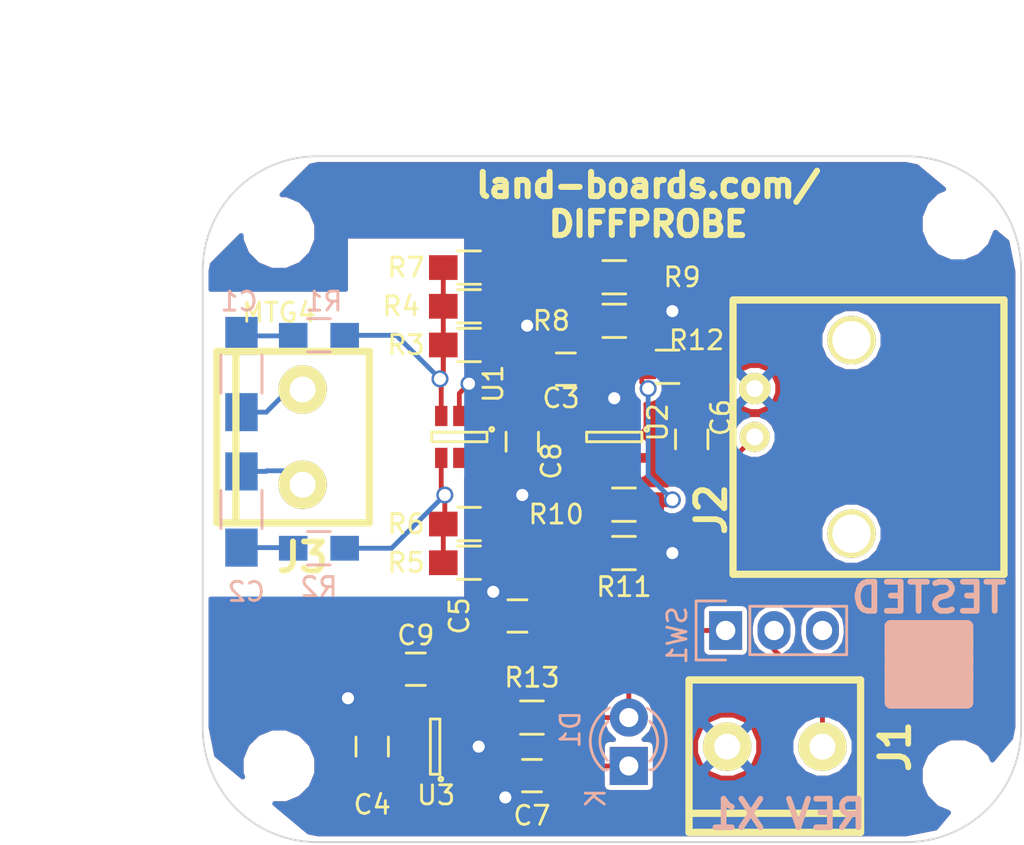
<source format=kicad_pcb>
(kicad_pcb (version 4) (host pcbnew 4.0.1-stable)

  (general
    (links 51)
    (no_connects 0)
    (area -0.050001 -0.050001 42.986001 36.050001)
    (thickness 1.6)
    (drawings 12)
    (tracks 118)
    (zones 0)
    (modules 35)
    (nets 19)
  )

  (page B)
  (title_block
    (title "8-Channel Opto-Isolated Output I2C")
    (rev X1)
    (company land-boards.com)
  )

  (layers
    (0 F.Cu signal)
    (31 B.Cu signal)
    (36 B.SilkS user)
    (37 F.SilkS user)
    (38 B.Mask user)
    (39 F.Mask user)
    (42 Eco1.User user)
    (44 Edge.Cuts user)
  )

  (setup
    (last_trace_width 0.254)
    (trace_clearance 0.254)
    (zone_clearance 0.254)
    (zone_45_only yes)
    (trace_min 0.254)
    (segment_width 0.2)
    (edge_width 0.1)
    (via_size 0.889)
    (via_drill 0.635)
    (via_min_size 0.889)
    (via_min_drill 0.508)
    (uvia_size 0.508)
    (uvia_drill 0.127)
    (uvias_allowed no)
    (uvia_min_size 0.508)
    (uvia_min_drill 0.127)
    (pcb_text_width 0.3)
    (pcb_text_size 1.5 1.5)
    (mod_edge_width 0.15)
    (mod_text_size 1.27 1.27)
    (mod_text_width 0.3175)
    (pad_size 9.525 9.525)
    (pad_drill 3.8354)
    (pad_to_mask_clearance 0)
    (aux_axis_origin 0 0)
    (visible_elements 7FFFFF7F)
    (pcbplotparams
      (layerselection 0x010f0_80000001)
      (usegerberextensions false)
      (excludeedgelayer true)
      (linewidth 0.150000)
      (plotframeref false)
      (viasonmask false)
      (mode 1)
      (useauxorigin false)
      (hpglpennumber 1)
      (hpglpenspeed 20)
      (hpglpendiameter 15)
      (hpglpenoverlay 2)
      (psnegative false)
      (psa4output false)
      (plotreference true)
      (plotvalue true)
      (plotinvisibletext false)
      (padsonsilk false)
      (subtractmaskfromsilk false)
      (outputformat 1)
      (mirror false)
      (drillshape 0)
      (scaleselection 1)
      (outputdirectory plots/))
  )

  (net 0 "")
  (net 1 GND)
  (net 2 +5V)
  (net 3 "Net-(C1-Pad1)")
  (net 4 "Net-(C2-Pad1)")
  (net 5 "Net-(C7-Pad1)")
  (net 6 "Net-(C9-Pad2)")
  (net 7 "Net-(J1-Pad1)")
  (net 8 "Net-(D1-Pad2)")
  (net 9 /VI-)
  (net 10 /VI+)
  (net 11 /VIF)
  (net 12 /VDO)
  (net 13 /VOUT)
  (net 14 /RCO)
  (net 15 /VFBM)
  (net 16 /VFB)
  (net 17 /FOUT)
  (net 18 /VIP)

  (net_class Default "This is the default net class."
    (clearance 0.254)
    (trace_width 0.254)
    (via_dia 0.889)
    (via_drill 0.635)
    (uvia_dia 0.508)
    (uvia_drill 0.127)
    (add_net +5V)
    (add_net /FOUT)
    (add_net /RCO)
    (add_net /VDO)
    (add_net /VFB)
    (add_net /VFBM)
    (add_net /VI+)
    (add_net /VI-)
    (add_net /VIF)
    (add_net /VIP)
    (add_net /VOUT)
    (add_net GND)
    (add_net "Net-(C1-Pad1)")
    (add_net "Net-(C2-Pad1)")
    (add_net "Net-(C7-Pad1)")
    (add_net "Net-(C9-Pad2)")
    (add_net "Net-(D1-Pad2)")
    (add_net "Net-(J1-Pad1)")
  )

  (module Mounting_Holes:MountingHole_3.2mm_M3 (layer F.Cu) (tedit 583668A0) (tstamp 58368D62)
    (at 39.624 32.512 180)
    (descr "Mounting Hole 3.2mm, no annular, M3")
    (tags "mounting hole 3.2mm no annular m3")
    (path /537A5CA4)
    (fp_text reference MTG1 (at 0 -4.2 180) (layer F.SilkS) hide
      (effects (font (size 1 1) (thickness 0.15)))
    )
    (fp_text value MTG_HOLE (at 0 4.2 180) (layer F.Fab) hide
      (effects (font (size 1 1) (thickness 0.15)))
    )
    (fp_circle (center 0 0) (end 3.2 0) (layer Cmts.User) (width 0.15))
    (fp_circle (center 0 0) (end 3.45 0) (layer F.CrtYd) (width 0.05))
    (pad 1 np_thru_hole circle (at 0 0 180) (size 3.2 3.2) (drill 3.2) (layers *.Cu *.Mask))
  )

  (module Resistors_SMD:R_1206_HandSoldering (layer B.Cu) (tedit 58407451) (tstamp 58365C04)
    (at 2.032 11.43 270)
    (descr "Resistor SMD 1206, hand soldering")
    (tags "resistor 1206")
    (path /5836656E)
    (attr smd)
    (fp_text reference C1 (at -3.81 0.127 360) (layer B.SilkS)
      (effects (font (size 1 1) (thickness 0.15)) (justify mirror))
    )
    (fp_text value 2.2nF/1kV (at 0 -2.3 270) (layer B.Fab) hide
      (effects (font (size 1 1) (thickness 0.15)) (justify mirror))
    )
    (fp_line (start -1.6 -0.8) (end -1.6 0.8) (layer B.Fab) (width 0.1))
    (fp_line (start 1.6 -0.8) (end -1.6 -0.8) (layer B.Fab) (width 0.1))
    (fp_line (start 1.6 0.8) (end 1.6 -0.8) (layer B.Fab) (width 0.1))
    (fp_line (start -1.6 0.8) (end 1.6 0.8) (layer B.Fab) (width 0.1))
    (fp_line (start -3.3 1.2) (end 3.3 1.2) (layer B.CrtYd) (width 0.05))
    (fp_line (start -3.3 -1.2) (end 3.3 -1.2) (layer B.CrtYd) (width 0.05))
    (fp_line (start -3.3 1.2) (end -3.3 -1.2) (layer B.CrtYd) (width 0.05))
    (fp_line (start 3.3 1.2) (end 3.3 -1.2) (layer B.CrtYd) (width 0.05))
    (fp_line (start 1 -1.075) (end -1 -1.075) (layer B.SilkS) (width 0.15))
    (fp_line (start -1 1.075) (end 1 1.075) (layer B.SilkS) (width 0.15))
    (pad 1 smd rect (at -2 0 270) (size 2 1.7) (layers B.Cu B.Mask)
      (net 3 "Net-(C1-Pad1)"))
    (pad 2 smd rect (at 2 0 270) (size 2 1.7) (layers B.Cu B.Mask)
      (net 9 /VI-))
    (model Resistors_SMD.3dshapes/R_1206_HandSoldering.wrl
      (at (xyz 0 0 0))
      (scale (xyz 1 1 1))
      (rotate (xyz 0 0 0))
    )
  )

  (module Resistors_SMD:R_1206_HandSoldering (layer B.Cu) (tedit 5838D69F) (tstamp 58365C13)
    (at 2.032 18.542 90)
    (descr "Resistor SMD 1206, hand soldering")
    (tags "resistor 1206")
    (path /583668C4)
    (attr smd)
    (fp_text reference C2 (at -4.318 0.254 180) (layer B.SilkS)
      (effects (font (size 1 1) (thickness 0.15)) (justify mirror))
    )
    (fp_text value 2.2nF/1kV (at 0 -2.3 90) (layer B.Fab) hide
      (effects (font (size 1 1) (thickness 0.15)) (justify mirror))
    )
    (fp_line (start -1.6 -0.8) (end -1.6 0.8) (layer B.Fab) (width 0.1))
    (fp_line (start 1.6 -0.8) (end -1.6 -0.8) (layer B.Fab) (width 0.1))
    (fp_line (start 1.6 0.8) (end 1.6 -0.8) (layer B.Fab) (width 0.1))
    (fp_line (start -1.6 0.8) (end 1.6 0.8) (layer B.Fab) (width 0.1))
    (fp_line (start -3.3 1.2) (end 3.3 1.2) (layer B.CrtYd) (width 0.05))
    (fp_line (start -3.3 -1.2) (end 3.3 -1.2) (layer B.CrtYd) (width 0.05))
    (fp_line (start -3.3 1.2) (end -3.3 -1.2) (layer B.CrtYd) (width 0.05))
    (fp_line (start 3.3 1.2) (end 3.3 -1.2) (layer B.CrtYd) (width 0.05))
    (fp_line (start 1 -1.075) (end -1 -1.075) (layer B.SilkS) (width 0.15))
    (fp_line (start -1 1.075) (end 1 1.075) (layer B.SilkS) (width 0.15))
    (pad 1 smd rect (at -2 0 90) (size 2 1.7) (layers B.Cu B.Mask)
      (net 4 "Net-(C2-Pad1)"))
    (pad 2 smd rect (at 2 0 90) (size 2 1.7) (layers B.Cu B.Mask)
      (net 10 /VI+))
    (model Resistors_SMD.3dshapes/R_1206_HandSoldering.wrl
      (at (xyz 0 0 0))
      (scale (xyz 1 1 1))
      (rotate (xyz 0 0 0))
    )
  )

  (module Capacitors_SMD:C_0805_HandSoldering (layer F.Cu) (tedit 5838E46A) (tstamp 58365C22)
    (at 19.05 11.176 180)
    (descr "Capacitor SMD 0805, hand soldering")
    (tags "capacitor 0805")
    (path /5836D0EE)
    (attr smd)
    (fp_text reference C3 (at 0.254 -1.524 180) (layer F.SilkS)
      (effects (font (size 1 1) (thickness 0.15)))
    )
    (fp_text value 10nF (at 0 2.1 180) (layer F.Fab) hide
      (effects (font (size 1 1) (thickness 0.15)))
    )
    (fp_line (start -1 0.625) (end -1 -0.625) (layer F.Fab) (width 0.15))
    (fp_line (start 1 0.625) (end -1 0.625) (layer F.Fab) (width 0.15))
    (fp_line (start 1 -0.625) (end 1 0.625) (layer F.Fab) (width 0.15))
    (fp_line (start -1 -0.625) (end 1 -0.625) (layer F.Fab) (width 0.15))
    (fp_line (start -2.3 -1) (end 2.3 -1) (layer F.CrtYd) (width 0.05))
    (fp_line (start -2.3 1) (end 2.3 1) (layer F.CrtYd) (width 0.05))
    (fp_line (start -2.3 -1) (end -2.3 1) (layer F.CrtYd) (width 0.05))
    (fp_line (start 2.3 -1) (end 2.3 1) (layer F.CrtYd) (width 0.05))
    (fp_line (start 0.5 -0.85) (end -0.5 -0.85) (layer F.SilkS) (width 0.15))
    (fp_line (start -0.5 0.85) (end 0.5 0.85) (layer F.SilkS) (width 0.15))
    (pad 1 smd rect (at -1.25 0 180) (size 1.5 1.25) (layers F.Cu F.Mask)
      (net 11 /VIF))
    (pad 2 smd rect (at 1.25 0 180) (size 1.5 1.25) (layers F.Cu F.Mask)
      (net 12 /VDO))
    (model Capacitors_SMD.3dshapes/C_0805_HandSoldering.wrl
      (at (xyz 0 0 0))
      (scale (xyz 1 1 1))
      (rotate (xyz 0 0 0))
    )
  )

  (module Capacitors_SMD:C_0805_HandSoldering (layer F.Cu) (tedit 5838E4BE) (tstamp 58365C40)
    (at 8.89 30.988 90)
    (descr "Capacitor SMD 0805, hand soldering")
    (tags "capacitor 0805")
    (path /5836BDD6)
    (attr smd)
    (fp_text reference C4 (at -3.048 0 180) (layer F.SilkS)
      (effects (font (size 1 1) (thickness 0.15)))
    )
    (fp_text value 10nF (at 0 2.1 90) (layer F.Fab) hide
      (effects (font (size 1 1) (thickness 0.15)))
    )
    (fp_line (start -1 0.625) (end -1 -0.625) (layer F.Fab) (width 0.15))
    (fp_line (start 1 0.625) (end -1 0.625) (layer F.Fab) (width 0.15))
    (fp_line (start 1 -0.625) (end 1 0.625) (layer F.Fab) (width 0.15))
    (fp_line (start -1 -0.625) (end 1 -0.625) (layer F.Fab) (width 0.15))
    (fp_line (start -2.3 -1) (end 2.3 -1) (layer F.CrtYd) (width 0.05))
    (fp_line (start -2.3 1) (end 2.3 1) (layer F.CrtYd) (width 0.05))
    (fp_line (start -2.3 -1) (end -2.3 1) (layer F.CrtYd) (width 0.05))
    (fp_line (start 2.3 -1) (end 2.3 1) (layer F.CrtYd) (width 0.05))
    (fp_line (start 0.5 -0.85) (end -0.5 -0.85) (layer F.SilkS) (width 0.15))
    (fp_line (start -0.5 0.85) (end 0.5 0.85) (layer F.SilkS) (width 0.15))
    (pad 1 smd rect (at -1.25 0 90) (size 1.5 1.25) (layers F.Cu F.Mask)
      (net 2 +5V))
    (pad 2 smd rect (at 1.25 0 90) (size 1.5 1.25) (layers F.Cu F.Mask)
      (net 1 GND))
    (model Capacitors_SMD.3dshapes/C_0805_HandSoldering.wrl
      (at (xyz 0 0 0))
      (scale (xyz 1 1 1))
      (rotate (xyz 0 0 0))
    )
  )

  (module Capacitors_SMD:C_0805_HandSoldering (layer F.Cu) (tedit 5838E4C6) (tstamp 58365C50)
    (at 16.51 24.13 180)
    (descr "Capacitor SMD 0805, hand soldering")
    (tags "capacitor 0805")
    (path /58379FDF)
    (attr smd)
    (fp_text reference C5 (at 3.048 0 270) (layer F.SilkS)
      (effects (font (size 1 1) (thickness 0.15)))
    )
    (fp_text value 10nF (at 0 2.1 180) (layer F.Fab) hide
      (effects (font (size 1 1) (thickness 0.15)))
    )
    (fp_line (start -1 0.625) (end -1 -0.625) (layer F.Fab) (width 0.15))
    (fp_line (start 1 0.625) (end -1 0.625) (layer F.Fab) (width 0.15))
    (fp_line (start 1 -0.625) (end 1 0.625) (layer F.Fab) (width 0.15))
    (fp_line (start -1 -0.625) (end 1 -0.625) (layer F.Fab) (width 0.15))
    (fp_line (start -2.3 -1) (end 2.3 -1) (layer F.CrtYd) (width 0.05))
    (fp_line (start -2.3 1) (end 2.3 1) (layer F.CrtYd) (width 0.05))
    (fp_line (start -2.3 -1) (end -2.3 1) (layer F.CrtYd) (width 0.05))
    (fp_line (start 2.3 -1) (end 2.3 1) (layer F.CrtYd) (width 0.05))
    (fp_line (start 0.5 -0.85) (end -0.5 -0.85) (layer F.SilkS) (width 0.15))
    (fp_line (start -0.5 0.85) (end 0.5 0.85) (layer F.SilkS) (width 0.15))
    (pad 1 smd rect (at -1.25 0 180) (size 1.5 1.25) (layers F.Cu F.Mask)
      (net 2 +5V))
    (pad 2 smd rect (at 1.25 0 180) (size 1.5 1.25) (layers F.Cu F.Mask)
      (net 1 GND))
    (model Capacitors_SMD.3dshapes/C_0805_HandSoldering.wrl
      (at (xyz 0 0 0))
      (scale (xyz 1 1 1))
      (rotate (xyz 0 0 0))
    )
  )

  (module Capacitors_SMD:C_0805_HandSoldering (layer F.Cu) (tedit 5838E494) (tstamp 58365C60)
    (at 25.654 14.859 90)
    (descr "Capacitor SMD 0805, hand soldering")
    (tags "capacitor 0805")
    (path /583716E8)
    (attr smd)
    (fp_text reference C6 (at 1.143 1.524 90) (layer F.SilkS)
      (effects (font (size 1 1) (thickness 0.15)))
    )
    (fp_text value 1uF (at 0 2.1 90) (layer F.Fab) hide
      (effects (font (size 1 1) (thickness 0.15)))
    )
    (fp_line (start -1 0.625) (end -1 -0.625) (layer F.Fab) (width 0.15))
    (fp_line (start 1 0.625) (end -1 0.625) (layer F.Fab) (width 0.15))
    (fp_line (start 1 -0.625) (end 1 0.625) (layer F.Fab) (width 0.15))
    (fp_line (start -1 -0.625) (end 1 -0.625) (layer F.Fab) (width 0.15))
    (fp_line (start -2.3 -1) (end 2.3 -1) (layer F.CrtYd) (width 0.05))
    (fp_line (start -2.3 1) (end 2.3 1) (layer F.CrtYd) (width 0.05))
    (fp_line (start -2.3 -1) (end -2.3 1) (layer F.CrtYd) (width 0.05))
    (fp_line (start 2.3 -1) (end 2.3 1) (layer F.CrtYd) (width 0.05))
    (fp_line (start 0.5 -0.85) (end -0.5 -0.85) (layer F.SilkS) (width 0.15))
    (fp_line (start -0.5 0.85) (end 0.5 0.85) (layer F.SilkS) (width 0.15))
    (pad 1 smd rect (at -1.25 0 90) (size 1.5 1.25) (layers F.Cu F.Mask)
      (net 13 /VOUT))
    (pad 2 smd rect (at 1.25 0 90) (size 1.5 1.25) (layers F.Cu F.Mask)
      (net 14 /RCO))
    (model Capacitors_SMD.3dshapes/C_0805_HandSoldering.wrl
      (at (xyz 0 0 0))
      (scale (xyz 1 1 1))
      (rotate (xyz 0 0 0))
    )
  )

  (module Capacitors_SMD:C_0805_HandSoldering (layer F.Cu) (tedit 58366724) (tstamp 58365C70)
    (at 17.272 32.512 180)
    (descr "Capacitor SMD 0805, hand soldering")
    (tags "capacitor 0805")
    (path /583651F8)
    (attr smd)
    (fp_text reference C7 (at 0 -2.1 180) (layer F.SilkS)
      (effects (font (size 1 1) (thickness 0.15)))
    )
    (fp_text value 1uF (at 0 2.1 180) (layer F.Fab) hide
      (effects (font (size 1 1) (thickness 0.15)))
    )
    (fp_line (start -1 0.625) (end -1 -0.625) (layer F.Fab) (width 0.15))
    (fp_line (start 1 0.625) (end -1 0.625) (layer F.Fab) (width 0.15))
    (fp_line (start 1 -0.625) (end 1 0.625) (layer F.Fab) (width 0.15))
    (fp_line (start -1 -0.625) (end 1 -0.625) (layer F.Fab) (width 0.15))
    (fp_line (start -2.3 -1) (end 2.3 -1) (layer F.CrtYd) (width 0.05))
    (fp_line (start -2.3 1) (end 2.3 1) (layer F.CrtYd) (width 0.05))
    (fp_line (start -2.3 -1) (end -2.3 1) (layer F.CrtYd) (width 0.05))
    (fp_line (start 2.3 -1) (end 2.3 1) (layer F.CrtYd) (width 0.05))
    (fp_line (start 0.5 -0.85) (end -0.5 -0.85) (layer F.SilkS) (width 0.15))
    (fp_line (start -0.5 0.85) (end 0.5 0.85) (layer F.SilkS) (width 0.15))
    (pad 1 smd rect (at -1.25 0 180) (size 1.5 1.25) (layers F.Cu F.Mask)
      (net 5 "Net-(C7-Pad1)"))
    (pad 2 smd rect (at 1.25 0 180) (size 1.5 1.25) (layers F.Cu F.Mask)
      (net 1 GND))
    (model Capacitors_SMD.3dshapes/C_0805_HandSoldering.wrl
      (at (xyz 0 0 0))
      (scale (xyz 1 1 1))
      (rotate (xyz 0 0 0))
    )
  )

  (module Capacitors_SMD:C_0805_HandSoldering (layer F.Cu) (tedit 5838E460) (tstamp 58365C80)
    (at 16.764 14.986 270)
    (descr "Capacitor SMD 0805, hand soldering")
    (tags "capacitor 0805")
    (path /5837A6FD)
    (attr smd)
    (fp_text reference C8 (at 1.016 -1.524 270) (layer F.SilkS)
      (effects (font (size 1 1) (thickness 0.15)))
    )
    (fp_text value 10uF (at 0 2.1 270) (layer F.Fab) hide
      (effects (font (size 1 1) (thickness 0.15)))
    )
    (fp_line (start -1 0.625) (end -1 -0.625) (layer F.Fab) (width 0.15))
    (fp_line (start 1 0.625) (end -1 0.625) (layer F.Fab) (width 0.15))
    (fp_line (start 1 -0.625) (end 1 0.625) (layer F.Fab) (width 0.15))
    (fp_line (start -1 -0.625) (end 1 -0.625) (layer F.Fab) (width 0.15))
    (fp_line (start -2.3 -1) (end 2.3 -1) (layer F.CrtYd) (width 0.05))
    (fp_line (start -2.3 1) (end 2.3 1) (layer F.CrtYd) (width 0.05))
    (fp_line (start -2.3 -1) (end -2.3 1) (layer F.CrtYd) (width 0.05))
    (fp_line (start 2.3 -1) (end 2.3 1) (layer F.CrtYd) (width 0.05))
    (fp_line (start 0.5 -0.85) (end -0.5 -0.85) (layer F.SilkS) (width 0.15))
    (fp_line (start -0.5 0.85) (end 0.5 0.85) (layer F.SilkS) (width 0.15))
    (pad 1 smd rect (at -1.25 0 270) (size 1.5 1.25) (layers F.Cu F.Mask)
      (net 2 +5V))
    (pad 2 smd rect (at 1.25 0 270) (size 1.5 1.25) (layers F.Cu F.Mask)
      (net 1 GND))
    (model Capacitors_SMD.3dshapes/C_0805_HandSoldering.wrl
      (at (xyz 0 0 0))
      (scale (xyz 1 1 1))
      (rotate (xyz 0 0 0))
    )
  )

  (module Capacitors_SMD:C_0805_HandSoldering (layer F.Cu) (tedit 5838E4B5) (tstamp 58365C90)
    (at 11.176 26.924 180)
    (descr "Capacitor SMD 0805, hand soldering")
    (tags "capacitor 0805")
    (path /583657AF)
    (attr smd)
    (fp_text reference C9 (at 0 1.778 180) (layer F.SilkS)
      (effects (font (size 1 1) (thickness 0.15)))
    )
    (fp_text value 10nF (at 0 2.1 180) (layer F.Fab) hide
      (effects (font (size 1 1) (thickness 0.15)))
    )
    (fp_line (start -1 0.625) (end -1 -0.625) (layer F.Fab) (width 0.15))
    (fp_line (start 1 0.625) (end -1 0.625) (layer F.Fab) (width 0.15))
    (fp_line (start 1 -0.625) (end 1 0.625) (layer F.Fab) (width 0.15))
    (fp_line (start -1 -0.625) (end 1 -0.625) (layer F.Fab) (width 0.15))
    (fp_line (start -2.3 -1) (end 2.3 -1) (layer F.CrtYd) (width 0.05))
    (fp_line (start -2.3 1) (end 2.3 1) (layer F.CrtYd) (width 0.05))
    (fp_line (start -2.3 -1) (end -2.3 1) (layer F.CrtYd) (width 0.05))
    (fp_line (start 2.3 -1) (end 2.3 1) (layer F.CrtYd) (width 0.05))
    (fp_line (start 0.5 -0.85) (end -0.5 -0.85) (layer F.SilkS) (width 0.15))
    (fp_line (start -0.5 0.85) (end 0.5 0.85) (layer F.SilkS) (width 0.15))
    (pad 1 smd rect (at -1.25 0 180) (size 1.5 1.25) (layers F.Cu F.Mask)
      (net 2 +5V))
    (pad 2 smd rect (at 1.25 0 180) (size 1.5 1.25) (layers F.Cu F.Mask)
      (net 6 "Net-(C9-Pad2)"))
    (model Capacitors_SMD.3dshapes/C_0805_HandSoldering.wrl
      (at (xyz 0 0 0))
      (scale (xyz 1 1 1))
      (rotate (xyz 0 0 0))
    )
  )

  (module Resistors_SMD:R_0805_HandSoldering (layer B.Cu) (tedit 5840745E) (tstamp 58365C91)
    (at 6.096 9.398 180)
    (descr "Resistor SMD 0805, hand soldering")
    (tags "resistor 0805")
    (path /58366D64)
    (attr smd)
    (fp_text reference R1 (at -0.254 1.778 180) (layer B.SilkS)
      (effects (font (size 1 1) (thickness 0.15)) (justify mirror))
    )
    (fp_text value 470K (at 0 -2.1 180) (layer B.Fab) hide
      (effects (font (size 1 1) (thickness 0.15)) (justify mirror))
    )
    (fp_line (start -1 -0.625) (end -1 0.625) (layer B.Fab) (width 0.1))
    (fp_line (start 1 -0.625) (end -1 -0.625) (layer B.Fab) (width 0.1))
    (fp_line (start 1 0.625) (end 1 -0.625) (layer B.Fab) (width 0.1))
    (fp_line (start -1 0.625) (end 1 0.625) (layer B.Fab) (width 0.1))
    (fp_line (start -2.4 1) (end 2.4 1) (layer B.CrtYd) (width 0.05))
    (fp_line (start -2.4 -1) (end 2.4 -1) (layer B.CrtYd) (width 0.05))
    (fp_line (start -2.4 1) (end -2.4 -1) (layer B.CrtYd) (width 0.05))
    (fp_line (start 2.4 1) (end 2.4 -1) (layer B.CrtYd) (width 0.05))
    (fp_line (start 0.6 -0.875) (end -0.6 -0.875) (layer B.SilkS) (width 0.15))
    (fp_line (start -0.6 0.875) (end 0.6 0.875) (layer B.SilkS) (width 0.15))
    (pad 1 smd rect (at -1.35 0 180) (size 1.5 1.3) (layers B.Cu B.Mask)
      (net 18 /VIP))
    (pad 2 smd rect (at 1.35 0 180) (size 1.5 1.3) (layers B.Cu B.Mask)
      (net 3 "Net-(C1-Pad1)"))
    (model Resistors_SMD.3dshapes/R_0805_HandSoldering.wrl
      (at (xyz 0 0 0))
      (scale (xyz 1 1 1))
      (rotate (xyz 0 0 0))
    )
  )

  (module Resistors_SMD:R_0805_HandSoldering (layer B.Cu) (tedit 5838D695) (tstamp 58365CA0)
    (at 6.096 20.574 180)
    (descr "Resistor SMD 0805, hand soldering")
    (tags "resistor 0805")
    (path /583670C8)
    (attr smd)
    (fp_text reference R2 (at 0 -2.032 180) (layer B.SilkS)
      (effects (font (size 1 1) (thickness 0.15)) (justify mirror))
    )
    (fp_text value 470K (at 0 -2.1 180) (layer B.Fab) hide
      (effects (font (size 1 1) (thickness 0.15)) (justify mirror))
    )
    (fp_line (start -1 -0.625) (end -1 0.625) (layer B.Fab) (width 0.1))
    (fp_line (start 1 -0.625) (end -1 -0.625) (layer B.Fab) (width 0.1))
    (fp_line (start 1 0.625) (end 1 -0.625) (layer B.Fab) (width 0.1))
    (fp_line (start -1 0.625) (end 1 0.625) (layer B.Fab) (width 0.1))
    (fp_line (start -2.4 1) (end 2.4 1) (layer B.CrtYd) (width 0.05))
    (fp_line (start -2.4 -1) (end 2.4 -1) (layer B.CrtYd) (width 0.05))
    (fp_line (start -2.4 1) (end -2.4 -1) (layer B.CrtYd) (width 0.05))
    (fp_line (start 2.4 1) (end 2.4 -1) (layer B.CrtYd) (width 0.05))
    (fp_line (start 0.6 -0.875) (end -0.6 -0.875) (layer B.SilkS) (width 0.15))
    (fp_line (start -0.6 0.875) (end 0.6 0.875) (layer B.SilkS) (width 0.15))
    (pad 1 smd rect (at -1.35 0 180) (size 1.5 1.3) (layers B.Cu B.Mask)
      (net 15 /VFBM))
    (pad 2 smd rect (at 1.35 0 180) (size 1.5 1.3) (layers B.Cu B.Mask)
      (net 4 "Net-(C2-Pad1)"))
    (model Resistors_SMD.3dshapes/R_0805_HandSoldering.wrl
      (at (xyz 0 0 0))
      (scale (xyz 1 1 1))
      (rotate (xyz 0 0 0))
    )
  )

  (module Resistors_SMD:R_0805_HandSoldering (layer F.Cu) (tedit 5838E447) (tstamp 58365CAF)
    (at 13.97 9.906)
    (descr "Resistor SMD 0805, hand soldering")
    (tags "resistor 0805")
    (path /58367602)
    (attr smd)
    (fp_text reference R3 (at -3.302 0) (layer F.SilkS)
      (effects (font (size 1 1) (thickness 0.15)))
    )
    (fp_text value 549 (at 0 2.1) (layer F.Fab) hide
      (effects (font (size 1 1) (thickness 0.15)))
    )
    (fp_line (start -1 0.625) (end -1 -0.625) (layer F.Fab) (width 0.1))
    (fp_line (start 1 0.625) (end -1 0.625) (layer F.Fab) (width 0.1))
    (fp_line (start 1 -0.625) (end 1 0.625) (layer F.Fab) (width 0.1))
    (fp_line (start -1 -0.625) (end 1 -0.625) (layer F.Fab) (width 0.1))
    (fp_line (start -2.4 -1) (end 2.4 -1) (layer F.CrtYd) (width 0.05))
    (fp_line (start -2.4 1) (end 2.4 1) (layer F.CrtYd) (width 0.05))
    (fp_line (start -2.4 -1) (end -2.4 1) (layer F.CrtYd) (width 0.05))
    (fp_line (start 2.4 -1) (end 2.4 1) (layer F.CrtYd) (width 0.05))
    (fp_line (start 0.6 0.875) (end -0.6 0.875) (layer F.SilkS) (width 0.15))
    (fp_line (start -0.6 -0.875) (end 0.6 -0.875) (layer F.SilkS) (width 0.15))
    (pad 1 smd rect (at -1.35 0) (size 1.5 1.3) (layers F.Cu F.Mask)
      (net 18 /VIP))
    (pad 2 smd rect (at 1.35 0) (size 1.5 1.3) (layers F.Cu F.Mask)
      (net 1 GND))
    (model Resistors_SMD.3dshapes/R_0805_HandSoldering.wrl
      (at (xyz 0 0 0))
      (scale (xyz 1 1 1))
      (rotate (xyz 0 0 0))
    )
  )

  (module Resistors_SMD:R_0805_HandSoldering (layer F.Cu) (tedit 5838E440) (tstamp 58365CBE)
    (at 13.97 7.874)
    (descr "Resistor SMD 0805, hand soldering")
    (tags "resistor 0805")
    (path /58367664)
    (attr smd)
    (fp_text reference R4 (at -3.556 0) (layer F.SilkS)
      (effects (font (size 1 1) (thickness 0.15)))
    )
    (fp_text value 10K (at 0 2.1) (layer F.Fab) hide
      (effects (font (size 1 1) (thickness 0.15)))
    )
    (fp_line (start -1 0.625) (end -1 -0.625) (layer F.Fab) (width 0.1))
    (fp_line (start 1 0.625) (end -1 0.625) (layer F.Fab) (width 0.1))
    (fp_line (start 1 -0.625) (end 1 0.625) (layer F.Fab) (width 0.1))
    (fp_line (start -1 -0.625) (end 1 -0.625) (layer F.Fab) (width 0.1))
    (fp_line (start -2.4 -1) (end 2.4 -1) (layer F.CrtYd) (width 0.05))
    (fp_line (start -2.4 1) (end 2.4 1) (layer F.CrtYd) (width 0.05))
    (fp_line (start -2.4 -1) (end -2.4 1) (layer F.CrtYd) (width 0.05))
    (fp_line (start 2.4 -1) (end 2.4 1) (layer F.CrtYd) (width 0.05))
    (fp_line (start 0.6 0.875) (end -0.6 0.875) (layer F.SilkS) (width 0.15))
    (fp_line (start -0.6 -0.875) (end 0.6 -0.875) (layer F.SilkS) (width 0.15))
    (pad 1 smd rect (at -1.35 0) (size 1.5 1.3) (layers F.Cu F.Mask)
      (net 18 /VIP))
    (pad 2 smd rect (at 1.35 0) (size 1.5 1.3) (layers F.Cu F.Mask)
      (net 1 GND))
    (model Resistors_SMD.3dshapes/R_0805_HandSoldering.wrl
      (at (xyz 0 0 0))
      (scale (xyz 1 1 1))
      (rotate (xyz 0 0 0))
    )
  )

  (module Resistors_SMD:R_0805_HandSoldering (layer F.Cu) (tedit 5838E457) (tstamp 58365CCD)
    (at 13.97 21.336 180)
    (descr "Resistor SMD 0805, hand soldering")
    (tags "resistor 0805")
    (path /583679FB)
    (attr smd)
    (fp_text reference R5 (at 3.302 0 180) (layer F.SilkS)
      (effects (font (size 1 1) (thickness 0.15)))
    )
    (fp_text value 549 (at 0 2.1 180) (layer F.Fab) hide
      (effects (font (size 1 1) (thickness 0.15)))
    )
    (fp_line (start -1 0.625) (end -1 -0.625) (layer F.Fab) (width 0.1))
    (fp_line (start 1 0.625) (end -1 0.625) (layer F.Fab) (width 0.1))
    (fp_line (start 1 -0.625) (end 1 0.625) (layer F.Fab) (width 0.1))
    (fp_line (start -1 -0.625) (end 1 -0.625) (layer F.Fab) (width 0.1))
    (fp_line (start -2.4 -1) (end 2.4 -1) (layer F.CrtYd) (width 0.05))
    (fp_line (start -2.4 1) (end 2.4 1) (layer F.CrtYd) (width 0.05))
    (fp_line (start -2.4 -1) (end -2.4 1) (layer F.CrtYd) (width 0.05))
    (fp_line (start 2.4 -1) (end 2.4 1) (layer F.CrtYd) (width 0.05))
    (fp_line (start 0.6 0.875) (end -0.6 0.875) (layer F.SilkS) (width 0.15))
    (fp_line (start -0.6 -0.875) (end 0.6 -0.875) (layer F.SilkS) (width 0.15))
    (pad 1 smd rect (at -1.35 0 180) (size 1.5 1.3) (layers F.Cu F.Mask)
      (net 1 GND))
    (pad 2 smd rect (at 1.35 0 180) (size 1.5 1.3) (layers F.Cu F.Mask)
      (net 15 /VFBM))
    (model Resistors_SMD.3dshapes/R_0805_HandSoldering.wrl
      (at (xyz 0 0 0))
      (scale (xyz 1 1 1))
      (rotate (xyz 0 0 0))
    )
  )

  (module Resistors_SMD:R_0805_HandSoldering (layer F.Cu) (tedit 5838E44F) (tstamp 58365CDC)
    (at 13.97 19.304)
    (descr "Resistor SMD 0805, hand soldering")
    (tags "resistor 0805")
    (path /58367A01)
    (attr smd)
    (fp_text reference R6 (at -3.302 0) (layer F.SilkS)
      (effects (font (size 1 1) (thickness 0.15)))
    )
    (fp_text value 4.99K (at 0 2.1) (layer F.Fab) hide
      (effects (font (size 1 1) (thickness 0.15)))
    )
    (fp_line (start -1 0.625) (end -1 -0.625) (layer F.Fab) (width 0.1))
    (fp_line (start 1 0.625) (end -1 0.625) (layer F.Fab) (width 0.1))
    (fp_line (start 1 -0.625) (end 1 0.625) (layer F.Fab) (width 0.1))
    (fp_line (start -1 -0.625) (end 1 -0.625) (layer F.Fab) (width 0.1))
    (fp_line (start -2.4 -1) (end 2.4 -1) (layer F.CrtYd) (width 0.05))
    (fp_line (start -2.4 1) (end 2.4 1) (layer F.CrtYd) (width 0.05))
    (fp_line (start -2.4 -1) (end -2.4 1) (layer F.CrtYd) (width 0.05))
    (fp_line (start 2.4 -1) (end 2.4 1) (layer F.CrtYd) (width 0.05))
    (fp_line (start 0.6 0.875) (end -0.6 0.875) (layer F.SilkS) (width 0.15))
    (fp_line (start -0.6 -0.875) (end 0.6 -0.875) (layer F.SilkS) (width 0.15))
    (pad 1 smd rect (at -1.35 0) (size 1.5 1.3) (layers F.Cu F.Mask)
      (net 15 /VFBM))
    (pad 2 smd rect (at 1.35 0) (size 1.5 1.3) (layers F.Cu F.Mask)
      (net 12 /VDO))
    (model Resistors_SMD.3dshapes/R_0805_HandSoldering.wrl
      (at (xyz 0 0 0))
      (scale (xyz 1 1 1))
      (rotate (xyz 0 0 0))
    )
  )

  (module Resistors_SMD:R_0805_HandSoldering (layer F.Cu) (tedit 5838E43A) (tstamp 58365CEB)
    (at 13.97 5.842)
    (descr "Resistor SMD 0805, hand soldering")
    (tags "resistor 0805")
    (path /583693C6)
    (attr smd)
    (fp_text reference R7 (at -3.302 0) (layer F.SilkS)
      (effects (font (size 1 1) (thickness 0.15)))
    )
    (fp_text value 10K (at 0 2.1) (layer F.Fab) hide
      (effects (font (size 1 1) (thickness 0.15)))
    )
    (fp_line (start -1 0.625) (end -1 -0.625) (layer F.Fab) (width 0.1))
    (fp_line (start 1 0.625) (end -1 0.625) (layer F.Fab) (width 0.1))
    (fp_line (start 1 -0.625) (end 1 0.625) (layer F.Fab) (width 0.1))
    (fp_line (start -1 -0.625) (end 1 -0.625) (layer F.Fab) (width 0.1))
    (fp_line (start -2.4 -1) (end 2.4 -1) (layer F.CrtYd) (width 0.05))
    (fp_line (start -2.4 1) (end 2.4 1) (layer F.CrtYd) (width 0.05))
    (fp_line (start -2.4 -1) (end -2.4 1) (layer F.CrtYd) (width 0.05))
    (fp_line (start 2.4 -1) (end 2.4 1) (layer F.CrtYd) (width 0.05))
    (fp_line (start 0.6 0.875) (end -0.6 0.875) (layer F.SilkS) (width 0.15))
    (fp_line (start -0.6 -0.875) (end 0.6 -0.875) (layer F.SilkS) (width 0.15))
    (pad 1 smd rect (at -1.35 0) (size 1.5 1.3) (layers F.Cu F.Mask)
      (net 18 /VIP))
    (pad 2 smd rect (at 1.35 0) (size 1.5 1.3) (layers F.Cu F.Mask)
      (net 2 +5V))
    (model Resistors_SMD.3dshapes/R_0805_HandSoldering.wrl
      (at (xyz 0 0 0))
      (scale (xyz 1 1 1))
      (rotate (xyz 0 0 0))
    )
  )

  (module Resistors_SMD:R_0805_HandSoldering (layer F.Cu) (tedit 5838E47A) (tstamp 58365D09)
    (at 21.59 8.636)
    (descr "Resistor SMD 0805, hand soldering")
    (tags "resistor 0805")
    (path /5836E8D0)
    (attr smd)
    (fp_text reference R8 (at -3.302 0) (layer F.SilkS)
      (effects (font (size 1 1) (thickness 0.15)))
    )
    (fp_text value 10K (at 0 2.1) (layer F.Fab) hide
      (effects (font (size 1 1) (thickness 0.15)))
    )
    (fp_line (start -1 0.625) (end -1 -0.625) (layer F.Fab) (width 0.1))
    (fp_line (start 1 0.625) (end -1 0.625) (layer F.Fab) (width 0.1))
    (fp_line (start 1 -0.625) (end 1 0.625) (layer F.Fab) (width 0.1))
    (fp_line (start -1 -0.625) (end 1 -0.625) (layer F.Fab) (width 0.1))
    (fp_line (start -2.4 -1) (end 2.4 -1) (layer F.CrtYd) (width 0.05))
    (fp_line (start -2.4 1) (end 2.4 1) (layer F.CrtYd) (width 0.05))
    (fp_line (start -2.4 -1) (end -2.4 1) (layer F.CrtYd) (width 0.05))
    (fp_line (start 2.4 -1) (end 2.4 1) (layer F.CrtYd) (width 0.05))
    (fp_line (start 0.6 0.875) (end -0.6 0.875) (layer F.SilkS) (width 0.15))
    (fp_line (start -0.6 -0.875) (end 0.6 -0.875) (layer F.SilkS) (width 0.15))
    (pad 1 smd rect (at -1.35 0) (size 1.5 1.3) (layers F.Cu F.Mask)
      (net 11 /VIF))
    (pad 2 smd rect (at 1.35 0) (size 1.5 1.3) (layers F.Cu F.Mask)
      (net 1 GND))
    (model Resistors_SMD.3dshapes/R_0805_HandSoldering.wrl
      (at (xyz 0 0 0))
      (scale (xyz 1 1 1))
      (rotate (xyz 0 0 0))
    )
  )

  (module Resistors_SMD:R_0805_HandSoldering (layer F.Cu) (tedit 5838E473) (tstamp 58365D19)
    (at 21.59 6.35)
    (descr "Resistor SMD 0805, hand soldering")
    (tags "resistor 0805")
    (path /5836F28E)
    (attr smd)
    (fp_text reference R9 (at 3.556 0) (layer F.SilkS)
      (effects (font (size 1 1) (thickness 0.15)))
    )
    (fp_text value 191K (at 0 2.1) (layer F.Fab) hide
      (effects (font (size 1 1) (thickness 0.15)))
    )
    (fp_line (start -1 0.625) (end -1 -0.625) (layer F.Fab) (width 0.1))
    (fp_line (start 1 0.625) (end -1 0.625) (layer F.Fab) (width 0.1))
    (fp_line (start 1 -0.625) (end 1 0.625) (layer F.Fab) (width 0.1))
    (fp_line (start -1 -0.625) (end 1 -0.625) (layer F.Fab) (width 0.1))
    (fp_line (start -2.4 -1) (end 2.4 -1) (layer F.CrtYd) (width 0.05))
    (fp_line (start -2.4 1) (end 2.4 1) (layer F.CrtYd) (width 0.05))
    (fp_line (start -2.4 -1) (end -2.4 1) (layer F.CrtYd) (width 0.05))
    (fp_line (start 2.4 -1) (end 2.4 1) (layer F.CrtYd) (width 0.05))
    (fp_line (start 0.6 0.875) (end -0.6 0.875) (layer F.SilkS) (width 0.15))
    (fp_line (start -0.6 -0.875) (end 0.6 -0.875) (layer F.SilkS) (width 0.15))
    (pad 1 smd rect (at -1.35 0) (size 1.5 1.3) (layers F.Cu F.Mask)
      (net 11 /VIF))
    (pad 2 smd rect (at 1.35 0) (size 1.5 1.3) (layers F.Cu F.Mask)
      (net 2 +5V))
    (model Resistors_SMD.3dshapes/R_0805_HandSoldering.wrl
      (at (xyz 0 0 0))
      (scale (xyz 1 1 1))
      (rotate (xyz 0 0 0))
    )
  )

  (module Resistors_SMD:R_0805_HandSoldering (layer F.Cu) (tedit 5838E4A2) (tstamp 58365D29)
    (at 22.098 18.288)
    (descr "Resistor SMD 0805, hand soldering")
    (tags "resistor 0805")
    (path /5836FA6D)
    (attr smd)
    (fp_text reference R10 (at -3.556 0.508) (layer F.SilkS)
      (effects (font (size 1 1) (thickness 0.15)))
    )
    (fp_text value 499 (at 0 2.1) (layer F.Fab) hide
      (effects (font (size 1 1) (thickness 0.15)))
    )
    (fp_line (start -1 0.625) (end -1 -0.625) (layer F.Fab) (width 0.1))
    (fp_line (start 1 0.625) (end -1 0.625) (layer F.Fab) (width 0.1))
    (fp_line (start 1 -0.625) (end 1 0.625) (layer F.Fab) (width 0.1))
    (fp_line (start -1 -0.625) (end 1 -0.625) (layer F.Fab) (width 0.1))
    (fp_line (start -2.4 -1) (end 2.4 -1) (layer F.CrtYd) (width 0.05))
    (fp_line (start -2.4 1) (end 2.4 1) (layer F.CrtYd) (width 0.05))
    (fp_line (start -2.4 -1) (end -2.4 1) (layer F.CrtYd) (width 0.05))
    (fp_line (start 2.4 -1) (end 2.4 1) (layer F.CrtYd) (width 0.05))
    (fp_line (start 0.6 0.875) (end -0.6 0.875) (layer F.SilkS) (width 0.15))
    (fp_line (start -0.6 -0.875) (end 0.6 -0.875) (layer F.SilkS) (width 0.15))
    (pad 1 smd rect (at -1.35 0) (size 1.5 1.3) (layers F.Cu F.Mask)
      (net 16 /VFB))
    (pad 2 smd rect (at 1.35 0) (size 1.5 1.3) (layers F.Cu F.Mask)
      (net 17 /FOUT))
    (model Resistors_SMD.3dshapes/R_0805_HandSoldering.wrl
      (at (xyz 0 0 0))
      (scale (xyz 1 1 1))
      (rotate (xyz 0 0 0))
    )
  )

  (module Resistors_SMD:R_0805_HandSoldering (layer F.Cu) (tedit 5838E4AC) (tstamp 58365D39)
    (at 22.098 20.828 180)
    (descr "Resistor SMD 0805, hand soldering")
    (tags "resistor 0805")
    (path /5836F6C1)
    (attr smd)
    (fp_text reference R11 (at 0 -1.778 180) (layer F.SilkS)
      (effects (font (size 1 1) (thickness 0.15)))
    )
    (fp_text value 54.9 (at 0 2.1 180) (layer F.Fab) hide
      (effects (font (size 1 1) (thickness 0.15)))
    )
    (fp_line (start -1 0.625) (end -1 -0.625) (layer F.Fab) (width 0.1))
    (fp_line (start 1 0.625) (end -1 0.625) (layer F.Fab) (width 0.1))
    (fp_line (start 1 -0.625) (end 1 0.625) (layer F.Fab) (width 0.1))
    (fp_line (start -1 -0.625) (end 1 -0.625) (layer F.Fab) (width 0.1))
    (fp_line (start -2.4 -1) (end 2.4 -1) (layer F.CrtYd) (width 0.05))
    (fp_line (start -2.4 1) (end 2.4 1) (layer F.CrtYd) (width 0.05))
    (fp_line (start -2.4 -1) (end -2.4 1) (layer F.CrtYd) (width 0.05))
    (fp_line (start 2.4 -1) (end 2.4 1) (layer F.CrtYd) (width 0.05))
    (fp_line (start 0.6 0.875) (end -0.6 0.875) (layer F.SilkS) (width 0.15))
    (fp_line (start -0.6 -0.875) (end 0.6 -0.875) (layer F.SilkS) (width 0.15))
    (pad 1 smd rect (at -1.35 0 180) (size 1.5 1.3) (layers F.Cu F.Mask)
      (net 1 GND))
    (pad 2 smd rect (at 1.35 0 180) (size 1.5 1.3) (layers F.Cu F.Mask)
      (net 16 /VFB))
    (model Resistors_SMD.3dshapes/R_0805_HandSoldering.wrl
      (at (xyz 0 0 0))
      (scale (xyz 1 1 1))
      (rotate (xyz 0 0 0))
    )
  )

  (module Resistors_SMD:R_0805_HandSoldering (layer F.Cu) (tedit 5838E481) (tstamp 58365D49)
    (at 24.384 11.049)
    (descr "Resistor SMD 0805, hand soldering")
    (tags "resistor 0805")
    (path /58371BCF)
    (attr smd)
    (fp_text reference R12 (at 1.524 -1.397) (layer F.SilkS)
      (effects (font (size 1 1) (thickness 0.15)))
    )
    (fp_text value 48.7 (at 0 2.1) (layer F.Fab) hide
      (effects (font (size 1 1) (thickness 0.15)))
    )
    (fp_line (start -1 0.625) (end -1 -0.625) (layer F.Fab) (width 0.1))
    (fp_line (start 1 0.625) (end -1 0.625) (layer F.Fab) (width 0.1))
    (fp_line (start 1 -0.625) (end 1 0.625) (layer F.Fab) (width 0.1))
    (fp_line (start -1 -0.625) (end 1 -0.625) (layer F.Fab) (width 0.1))
    (fp_line (start -2.4 -1) (end 2.4 -1) (layer F.CrtYd) (width 0.05))
    (fp_line (start -2.4 1) (end 2.4 1) (layer F.CrtYd) (width 0.05))
    (fp_line (start -2.4 -1) (end -2.4 1) (layer F.CrtYd) (width 0.05))
    (fp_line (start 2.4 -1) (end 2.4 1) (layer F.CrtYd) (width 0.05))
    (fp_line (start 0.6 0.875) (end -0.6 0.875) (layer F.SilkS) (width 0.15))
    (fp_line (start -0.6 -0.875) (end 0.6 -0.875) (layer F.SilkS) (width 0.15))
    (pad 1 smd rect (at -1.35 0) (size 1.5 1.3) (layers F.Cu F.Mask)
      (net 17 /FOUT))
    (pad 2 smd rect (at 1.35 0) (size 1.5 1.3) (layers F.Cu F.Mask)
      (net 14 /RCO))
    (model Resistors_SMD.3dshapes/R_0805_HandSoldering.wrl
      (at (xyz 0 0 0))
      (scale (xyz 1 1 1))
      (rotate (xyz 0 0 0))
    )
  )

  (module Resistors_SMD:R_0805_HandSoldering (layer F.Cu) (tedit 58365E41) (tstamp 58365D59)
    (at 17.272 29.464)
    (descr "Resistor SMD 0805, hand soldering")
    (tags "resistor 0805")
    (path /5836516B)
    (attr smd)
    (fp_text reference R13 (at 0 -2.1) (layer F.SilkS)
      (effects (font (size 1 1) (thickness 0.15)))
    )
    (fp_text value 75 (at 0 2.1) (layer F.Fab) hide
      (effects (font (size 1 1) (thickness 0.15)))
    )
    (fp_line (start -1 0.625) (end -1 -0.625) (layer F.Fab) (width 0.1))
    (fp_line (start 1 0.625) (end -1 0.625) (layer F.Fab) (width 0.1))
    (fp_line (start 1 -0.625) (end 1 0.625) (layer F.Fab) (width 0.1))
    (fp_line (start -1 -0.625) (end 1 -0.625) (layer F.Fab) (width 0.1))
    (fp_line (start -2.4 -1) (end 2.4 -1) (layer F.CrtYd) (width 0.05))
    (fp_line (start -2.4 1) (end 2.4 1) (layer F.CrtYd) (width 0.05))
    (fp_line (start -2.4 -1) (end -2.4 1) (layer F.CrtYd) (width 0.05))
    (fp_line (start 2.4 -1) (end 2.4 1) (layer F.CrtYd) (width 0.05))
    (fp_line (start 0.6 0.875) (end -0.6 0.875) (layer F.SilkS) (width 0.15))
    (fp_line (start -0.6 -0.875) (end 0.6 -0.875) (layer F.SilkS) (width 0.15))
    (pad 1 smd rect (at -1.35 0) (size 1.5 1.3) (layers F.Cu F.Mask)
      (net 5 "Net-(C7-Pad1)"))
    (pad 2 smd rect (at 1.35 0) (size 1.5 1.3) (layers F.Cu F.Mask)
      (net 8 "Net-(D1-Pad2)"))
    (model Resistors_SMD.3dshapes/R_0805_HandSoldering.wrl
      (at (xyz 0 0 0))
      (scale (xyz 1 1 1))
      (rotate (xyz 0 0 0))
    )
  )

  (module DougsNewMods:TEST_BLK-REAR (layer F.Cu) (tedit 5838E4D7) (tstamp 58365D70)
    (at 38.1 26.67)
    (path /580F6225)
    (fp_text reference TESTED (at 0 -3.5) (layer B.SilkS)
      (effects (font (thickness 0.3048)) (justify mirror))
    )
    (fp_text value TESTED_COUPON (at 0 4) (layer F.SilkS) hide
      (effects (font (thickness 0.3048)))
    )
    (fp_line (start -2 -2) (end 2 -2) (layer B.SilkS) (width 0.65))
    (fp_line (start 2 -2) (end 2 2) (layer B.SilkS) (width 0.65))
    (fp_line (start 2 2) (end -2 2) (layer B.SilkS) (width 0.65))
    (fp_line (start -2 2) (end -2 -2) (layer B.SilkS) (width 0.65))
    (fp_line (start -2 -2) (end -2 -1.5) (layer B.SilkS) (width 0.65))
    (fp_line (start -2 -1.5) (end 2 -1.5) (layer B.SilkS) (width 0.65))
    (fp_line (start 2 -1.5) (end 2 -1) (layer B.SilkS) (width 0.65))
    (fp_line (start 2 -1) (end -2 -1) (layer B.SilkS) (width 0.65))
    (fp_line (start -2 -1) (end -2 -0.5) (layer B.SilkS) (width 0.65))
    (fp_line (start -2 -0.5) (end 2 -0.5) (layer B.SilkS) (width 0.65))
    (fp_line (start 2 -0.5) (end 2 0) (layer B.SilkS) (width 0.65))
    (fp_line (start 2 0) (end -2 0) (layer B.SilkS) (width 0.65))
    (fp_line (start -2 0) (end -2 0.5) (layer B.SilkS) (width 0.65))
    (fp_line (start -2 0.5) (end 1.5 0.5) (layer B.SilkS) (width 0.65))
    (fp_line (start 1.5 0.5) (end 2 0.5) (layer B.SilkS) (width 0.65))
    (fp_line (start 2 0.5) (end 2 1) (layer B.SilkS) (width 0.65))
    (fp_line (start 2 1) (end -2 1) (layer B.SilkS) (width 0.65))
    (fp_line (start -2 1) (end -2 1.5) (layer B.SilkS) (width 0.65))
    (fp_line (start -2 1.5) (end 2 1.5) (layer B.SilkS) (width 0.65))
  )

  (module dougsLib:TB2-5MM (layer F.Cu) (tedit 583660B1) (tstamp 583673F5)
    (at 32.512 30.988 180)
    (path /58364F49)
    (fp_text reference J1 (at -3.81 0 270) (layer F.SilkS)
      (effects (font (thickness 0.3048)))
    )
    (fp_text value CONN_01X02 (at 2 5 180) (layer F.SilkS) hide
      (effects (font (thickness 0.3048)))
    )
    (fp_line (start -2 -4.5) (end -2 3.5) (layer F.SilkS) (width 0.381))
    (fp_line (start 7 -4.5) (end 7 3.5) (layer F.SilkS) (width 0.381))
    (fp_line (start -2 3.5) (end 7 3.5) (layer F.SilkS) (width 0.381))
    (fp_line (start -2 -3.5) (end 7 -3.5) (layer F.SilkS) (width 0.381))
    (fp_line (start -2 -4.5) (end 7 -4.5) (layer F.SilkS) (width 0.381))
    (pad 1 thru_hole circle (at 0 0 180) (size 2.54 2.54) (drill 1.3589) (layers *.Cu *.Mask F.SilkS)
      (net 7 "Net-(J1-Pad1)"))
    (pad 2 thru_hole circle (at 5 0 180) (size 2.54 2.54) (drill 1.3589) (layers *.Cu *.Mask F.SilkS)
      (net 1 GND))
  )

  (module dougsLib:TB2-5MM (layer F.Cu) (tedit 583660AA) (tstamp 58367400)
    (at 5.24 17.242 90)
    (path /58364F6E)
    (fp_text reference J3 (at -3.81 0 180) (layer F.SilkS)
      (effects (font (thickness 0.3048)))
    )
    (fp_text value CONN_01X02 (at 2 5 90) (layer F.SilkS) hide
      (effects (font (thickness 0.3048)))
    )
    (fp_line (start -2 -4.5) (end -2 3.5) (layer F.SilkS) (width 0.381))
    (fp_line (start 7 -4.5) (end 7 3.5) (layer F.SilkS) (width 0.381))
    (fp_line (start -2 3.5) (end 7 3.5) (layer F.SilkS) (width 0.381))
    (fp_line (start -2 -3.5) (end 7 -3.5) (layer F.SilkS) (width 0.381))
    (fp_line (start -2 -4.5) (end 7 -4.5) (layer F.SilkS) (width 0.381))
    (pad 1 thru_hole circle (at 0 0 90) (size 2.54 2.54) (drill 1.3589) (layers *.Cu *.Mask F.SilkS)
      (net 10 /VI+))
    (pad 2 thru_hole circle (at 5 0 90) (size 2.54 2.54) (drill 1.3589) (layers *.Cu *.Mask F.SilkS)
      (net 9 /VI-))
  )

  (module TO_SOT_Packages_SMD:SOT-23-6 (layer F.Cu) (tedit 5838E282) (tstamp 58367597)
    (at 13.462 14.732 270)
    (descr "6-pin SOT-23 package")
    (tags SOT-23-6)
    (path /58369349)
    (attr smd)
    (fp_text reference U1 (at -2.794 -1.778 270) (layer F.SilkS)
      (effects (font (size 1 1) (thickness 0.15)))
    )
    (fp_text value LTC6268S6 (at 0 2.9 270) (layer F.Fab) hide
      (effects (font (size 1 1) (thickness 0.15)))
    )
    (fp_circle (center -0.4 -1.7) (end -0.3 -1.7) (layer F.SilkS) (width 0.15))
    (fp_line (start 0.25 -1.45) (end -0.25 -1.45) (layer F.SilkS) (width 0.15))
    (fp_line (start 0.25 1.45) (end 0.25 -1.45) (layer F.SilkS) (width 0.15))
    (fp_line (start -0.25 1.45) (end 0.25 1.45) (layer F.SilkS) (width 0.15))
    (fp_line (start -0.25 -1.45) (end -0.25 1.45) (layer F.SilkS) (width 0.15))
    (pad 1 smd rect (at -1.1 -0.95 270) (size 1.06 0.65) (layers F.Cu F.Mask)
      (net 12 /VDO))
    (pad 2 smd rect (at -1.1 0 270) (size 1.06 0.65) (layers F.Cu F.Mask)
      (net 1 GND))
    (pad 3 smd rect (at -1.1 0.95 270) (size 1.06 0.65) (layers F.Cu F.Mask)
      (net 18 /VIP))
    (pad 4 smd rect (at 1.1 0.95 270) (size 1.06 0.65) (layers F.Cu F.Mask)
      (net 15 /VFBM))
    (pad 6 smd rect (at 1.1 -0.95 270) (size 1.06 0.65) (layers F.Cu F.Mask)
      (net 2 +5V))
    (pad 5 smd rect (at 1.1 0 270) (size 1.06 0.65) (layers F.Cu F.Mask))
    (model TO_SOT_Packages_SMD.3dshapes/SOT-23-6.wrl
      (at (xyz 0 0 0))
      (scale (xyz 1 1 1))
      (rotate (xyz 0 0 0))
    )
  )

  (module TO_SOT_Packages_SMD:SOT-23-6 (layer F.Cu) (tedit 5838E49A) (tstamp 583675A5)
    (at 21.59 14.732 270)
    (descr "6-pin SOT-23 package")
    (tags SOT-23-6)
    (path /5836E257)
    (attr smd)
    (fp_text reference U2 (at -0.762 -2.286 270) (layer F.SilkS)
      (effects (font (size 1 1) (thickness 0.15)))
    )
    (fp_text value LTC6268S6 (at 0 2.9 270) (layer F.Fab) hide
      (effects (font (size 1 1) (thickness 0.15)))
    )
    (fp_circle (center -0.4 -1.7) (end -0.3 -1.7) (layer F.SilkS) (width 0.15))
    (fp_line (start 0.25 -1.45) (end -0.25 -1.45) (layer F.SilkS) (width 0.15))
    (fp_line (start 0.25 1.45) (end 0.25 -1.45) (layer F.SilkS) (width 0.15))
    (fp_line (start -0.25 1.45) (end 0.25 1.45) (layer F.SilkS) (width 0.15))
    (fp_line (start -0.25 -1.45) (end -0.25 1.45) (layer F.SilkS) (width 0.15))
    (pad 1 smd rect (at -1.1 -0.95 270) (size 1.06 0.65) (layers F.Cu F.Mask)
      (net 17 /FOUT))
    (pad 2 smd rect (at -1.1 0 270) (size 1.06 0.65) (layers F.Cu F.Mask)
      (net 1 GND))
    (pad 3 smd rect (at -1.1 0.95 270) (size 1.06 0.65) (layers F.Cu F.Mask)
      (net 11 /VIF))
    (pad 4 smd rect (at 1.1 0.95 270) (size 1.06 0.65) (layers F.Cu F.Mask)
      (net 16 /VFB))
    (pad 6 smd rect (at 1.1 -0.95 270) (size 1.06 0.65) (layers F.Cu F.Mask)
      (net 2 +5V))
    (pad 5 smd rect (at 1.1 0 270) (size 1.06 0.65) (layers F.Cu F.Mask))
    (model TO_SOT_Packages_SMD.3dshapes/SOT-23-6.wrl
      (at (xyz 0 0 0))
      (scale (xyz 1 1 1))
      (rotate (xyz 0 0 0))
    )
  )

  (module TO_SOT_Packages_SMD:SOT-23-5 (layer F.Cu) (tedit 58365E48) (tstamp 58367BD0)
    (at 12.192 30.988 180)
    (descr "5-pin SOT23 package")
    (tags SOT-23-5)
    (path /58365696)
    (attr smd)
    (fp_text reference U3 (at -0.05 -2.55 180) (layer F.SilkS)
      (effects (font (size 1 1) (thickness 0.15)))
    )
    (fp_text value LT1761 (at -0.05 2.35 180) (layer F.Fab) hide
      (effects (font (size 1 1) (thickness 0.15)))
    )
    (fp_line (start -1.8 -1.6) (end 1.8 -1.6) (layer F.CrtYd) (width 0.05))
    (fp_line (start 1.8 -1.6) (end 1.8 1.6) (layer F.CrtYd) (width 0.05))
    (fp_line (start 1.8 1.6) (end -1.8 1.6) (layer F.CrtYd) (width 0.05))
    (fp_line (start -1.8 1.6) (end -1.8 -1.6) (layer F.CrtYd) (width 0.05))
    (fp_circle (center -0.3 -1.7) (end -0.2 -1.7) (layer F.SilkS) (width 0.15))
    (fp_line (start 0.25 -1.45) (end -0.25 -1.45) (layer F.SilkS) (width 0.15))
    (fp_line (start 0.25 1.45) (end 0.25 -1.45) (layer F.SilkS) (width 0.15))
    (fp_line (start -0.25 1.45) (end 0.25 1.45) (layer F.SilkS) (width 0.15))
    (fp_line (start -0.25 -1.45) (end -0.25 1.45) (layer F.SilkS) (width 0.15))
    (pad 1 smd rect (at -1.1 -0.95 180) (size 1.06 0.65) (layers F.Cu F.Mask)
      (net 5 "Net-(C7-Pad1)"))
    (pad 2 smd rect (at -1.1 0 180) (size 1.06 0.65) (layers F.Cu F.Mask)
      (net 1 GND))
    (pad 3 smd rect (at -1.1 0.95 180) (size 1.06 0.65) (layers F.Cu F.Mask)
      (net 5 "Net-(C7-Pad1)"))
    (pad 4 smd rect (at 1.1 0.95 180) (size 1.06 0.65) (layers F.Cu F.Mask)
      (net 6 "Net-(C9-Pad2)"))
    (pad 5 smd rect (at 1.1 -0.95 180) (size 1.06 0.65) (layers F.Cu F.Mask)
      (net 2 +5V))
    (model TO_SOT_Packages_SMD.3dshapes/SOT-23-5.wrl
      (at (xyz 0 0 0))
      (scale (xyz 1 1 1))
      (rotate (xyz 0 0 0))
    )
  )

  (module LEDs:LED-3MM (layer B.Cu) (tedit 58366D2A) (tstamp 58368CFB)
    (at 22.352 32.004 90)
    (descr "LED 3mm round vertical")
    (tags "LED  3mm round vertical")
    (path /583650FC)
    (fp_text reference D1 (at 1.91 -3.06 90) (layer B.SilkS)
      (effects (font (size 1 1) (thickness 0.15)) (justify mirror))
    )
    (fp_text value LED (at 1.3 2.9 90) (layer B.Fab) hide
      (effects (font (size 1 1) (thickness 0.15)) (justify mirror))
    )
    (fp_line (start -1.2 -2.3) (end 3.8 -2.3) (layer B.CrtYd) (width 0.05))
    (fp_line (start 3.8 -2.3) (end 3.8 2.2) (layer B.CrtYd) (width 0.05))
    (fp_line (start 3.8 2.2) (end -1.2 2.2) (layer B.CrtYd) (width 0.05))
    (fp_line (start -1.2 2.2) (end -1.2 -2.3) (layer B.CrtYd) (width 0.05))
    (fp_line (start -0.199 -1.314) (end -0.199 -1.114) (layer B.SilkS) (width 0.15))
    (fp_line (start -0.199 1.28) (end -0.199 1.1) (layer B.SilkS) (width 0.15))
    (fp_arc (start 1.301 -0.034) (end -0.199 1.286) (angle -108.5) (layer B.SilkS) (width 0.15))
    (fp_arc (start 1.301 -0.034) (end 0.25 1.1) (angle -85.7) (layer B.SilkS) (width 0.15))
    (fp_arc (start 1.311 -0.034) (end 3.051 -0.994) (angle -110) (layer B.SilkS) (width 0.15))
    (fp_arc (start 1.301 -0.034) (end 2.335 -1.094) (angle -87.5) (layer B.SilkS) (width 0.15))
    (fp_text user K (at -1.69 -1.74 90) (layer B.SilkS)
      (effects (font (size 1 1) (thickness 0.15)) (justify mirror))
    )
    (pad 1 thru_hole rect (at 0 0) (size 2 2) (drill 1.00076) (layers *.Cu *.Mask)
      (net 5 "Net-(C7-Pad1)"))
    (pad 2 thru_hole circle (at 2.54 0 90) (size 2 2) (drill 1.00076) (layers *.Cu *.Mask)
      (net 8 "Net-(D1-Pad2)"))
    (model LEDs.3dshapes/LED-3MM.wrl
      (at (xyz 0.05 0 0))
      (scale (xyz 1 1 1))
      (rotate (xyz 0 0 90))
    )
  )

  (module dougsLib:BNC-RT (layer F.Cu) (tedit 5838E48A) (tstamp 58368D07)
    (at 28.956 14.732 270)
    (path /58371E73)
    (fp_text reference J2 (at 3.81 2.286 270) (layer F.SilkS)
      (effects (font (thickness 0.3048)))
    )
    (fp_text value BNC (at -0.14986 6.2992 270) (layer F.SilkS) hide
      (effects (font (thickness 0.3048)))
    )
    (fp_line (start -7.1882 1.1176) (end -7.1882 -13.08354) (layer F.SilkS) (width 0.381))
    (fp_line (start -7.19328 -13.07846) (end 7.20598 -13.07846) (layer F.SilkS) (width 0.381))
    (fp_line (start 7.21106 -13.08354) (end 7.21106 1.1176) (layer F.SilkS) (width 0.381))
    (fp_line (start -7.1882 1.13538) (end 7.21106 1.13538) (layer F.SilkS) (width 0.381))
    (pad 1 thru_hole circle (at 0 0 270) (size 1.5748 1.5748) (drill 0.889) (layers *.Cu *.Mask F.SilkS)
      (net 13 /VOUT))
    (pad 2 thru_hole circle (at -2.54 0 270) (size 1.651 1.651) (drill 0.889) (layers *.Cu *.Mask F.SilkS)
      (net 1 GND))
    (pad "" thru_hole circle (at -5.08 -5.08 270) (size 2.54 2.54) (drill 2.00914) (layers *.Cu *.Mask F.SilkS))
    (pad "" thru_hole circle (at 5.08 -5.08 270) (size 2.54 2.54) (drill 2.00914) (layers *.Cu *.Mask F.SilkS))
  )

  (module Pin_Headers:Pin_Header_Straight_1x03 (layer B.Cu) (tedit 5838E526) (tstamp 58368D19)
    (at 27.432 24.892 270)
    (descr "Through hole pin header")
    (tags "pin header")
    (path /5836504B)
    (fp_text reference SW1 (at 0.254 2.54 270) (layer B.SilkS)
      (effects (font (size 1 1) (thickness 0.15)) (justify mirror))
    )
    (fp_text value SPST (at 0 3.1 270) (layer B.Fab) hide
      (effects (font (size 1 1) (thickness 0.15)) (justify mirror))
    )
    (fp_line (start -1.75 1.75) (end -1.75 -6.85) (layer B.CrtYd) (width 0.05))
    (fp_line (start 1.75 1.75) (end 1.75 -6.85) (layer B.CrtYd) (width 0.05))
    (fp_line (start -1.75 1.75) (end 1.75 1.75) (layer B.CrtYd) (width 0.05))
    (fp_line (start -1.75 -6.85) (end 1.75 -6.85) (layer B.CrtYd) (width 0.05))
    (fp_line (start -1.27 -1.27) (end -1.27 -6.35) (layer B.SilkS) (width 0.15))
    (fp_line (start -1.27 -6.35) (end 1.27 -6.35) (layer B.SilkS) (width 0.15))
    (fp_line (start 1.27 -6.35) (end 1.27 -1.27) (layer B.SilkS) (width 0.15))
    (fp_line (start 1.55 1.55) (end 1.55 0) (layer B.SilkS) (width 0.15))
    (fp_line (start 1.27 -1.27) (end -1.27 -1.27) (layer B.SilkS) (width 0.15))
    (fp_line (start -1.55 0) (end -1.55 1.55) (layer B.SilkS) (width 0.15))
    (fp_line (start -1.55 1.55) (end 1.55 1.55) (layer B.SilkS) (width 0.15))
    (pad 1 thru_hole rect (at 0 0 270) (size 2.032 1.7272) (drill 1.016) (layers *.Cu *.Mask)
      (net 8 "Net-(D1-Pad2)"))
    (pad 2 thru_hole oval (at 0 -2.54 270) (size 2.032 1.7272) (drill 1.016) (layers *.Cu *.Mask)
      (net 7 "Net-(J1-Pad1)"))
    (pad 3 thru_hole oval (at 0 -5.08 270) (size 2.032 1.7272) (drill 1.016) (layers *.Cu *.Mask))
    (model Pin_Headers.3dshapes/Pin_Header_Straight_1x03.wrl
      (at (xyz 0 -0.1 0))
      (scale (xyz 1 1 1))
      (rotate (xyz 0 0 90))
    )
  )

  (module Mounting_Holes:MountingHole_3.2mm_M3 (layer F.Cu) (tedit 58366891) (tstamp 58368D68)
    (at 4 32 180)
    (descr "Mounting Hole 3.2mm, no annular, M3")
    (tags "mounting hole 3.2mm no annular m3")
    (path /537A5C95)
    (fp_text reference MTG2 (at 0 -4.2 180) (layer F.SilkS) hide
      (effects (font (size 1 1) (thickness 0.15)))
    )
    (fp_text value MTG_HOLE (at 0 4.2 180) (layer F.Fab) hide
      (effects (font (size 1 1) (thickness 0.15)))
    )
    (fp_circle (center 0 0) (end 3.2 0) (layer Cmts.User) (width 0.15))
    (fp_circle (center 0 0) (end 3.45 0) (layer F.CrtYd) (width 0.05))
    (pad 1 np_thru_hole circle (at 0 0 180) (size 3.2 3.2) (drill 3.2) (layers *.Cu *.Mask))
  )

  (module Mounting_Holes:MountingHole_3.2mm_M3 (layer F.Cu) (tedit 58366887) (tstamp 58368D6E)
    (at 39.624 3.556 180)
    (descr "Mounting Hole 3.2mm, no annular, M3")
    (tags "mounting hole 3.2mm no annular m3")
    (path /537A5C86)
    (fp_text reference MTG3 (at 0 -4.2 180) (layer F.SilkS) hide
      (effects (font (size 1 1) (thickness 0.15)))
    )
    (fp_text value MTG_HOLE (at 0 4.2 180) (layer F.Fab) hide
      (effects (font (size 1 1) (thickness 0.15)))
    )
    (fp_circle (center 0 0) (end 3.2 0) (layer Cmts.User) (width 0.15))
    (fp_circle (center 0 0) (end 3.45 0) (layer F.CrtYd) (width 0.05))
    (pad 1 np_thru_hole circle (at 0 0 180) (size 3.2 3.2) (drill 3.2) (layers *.Cu *.Mask))
  )

  (module Mounting_Holes:MountingHole_3.2mm_M3 (layer F.Cu) (tedit 583667B4) (tstamp 58368D74)
    (at 4 4 180)
    (descr "Mounting Hole 3.2mm, no annular, M3")
    (tags "mounting hole 3.2mm no annular m3")
    (path /537A5C77)
    (fp_text reference MTG4 (at 0 -4.2 180) (layer F.SilkS)
      (effects (font (size 1 1) (thickness 0.15)))
    )
    (fp_text value MTG_HOLE (at 0 4.2 180) (layer F.Fab) hide
      (effects (font (size 1 1) (thickness 0.15)))
    )
    (fp_circle (center 0 0) (end 3.2 0) (layer Cmts.User) (width 0.15))
    (fp_circle (center 0 0) (end 3.45 0) (layer F.CrtYd) (width 0.05))
    (pad 1 np_thru_hole circle (at 0 0 180) (size 3.2 3.2) (drill 3.2) (layers *.Cu *.Mask))
  )

  (gr_line (start 37 36) (end 6 36) (angle 90) (layer Edge.Cuts) (width 0.1))
  (gr_line (start 6 0) (end 37 0) (angle 90) (layer Edge.Cuts) (width 0.1))
  (dimension 42 (width 0.3) (layer Eco1.User)
    (gr_text "42.000 mm" (at 21 -6.35) (layer Eco1.User)
      (effects (font (size 1.5 1.5) (thickness 0.3)))
    )
    (feature1 (pts (xy 42 5) (xy 42 -7.7)))
    (feature2 (pts (xy 0 5) (xy 0 -7.7)))
    (crossbar (pts (xy 0 -5) (xy 42 -5)))
    (arrow1a (pts (xy 42 -5) (xy 40.873496 -4.413579)))
    (arrow1b (pts (xy 42 -5) (xy 40.873496 -5.586421)))
    (arrow2a (pts (xy 0 -5) (xy 1.126504 -4.413579)))
    (arrow2b (pts (xy 0 -5) (xy 1.126504 -5.586421)))
  )
  (dimension 36 (width 0.3) (layer Eco1.User)
    (gr_text "36.000 mm" (at -4.35 18 270) (layer Eco1.User)
      (effects (font (size 1.5 1.5) (thickness 0.3)))
    )
    (feature1 (pts (xy 6 36) (xy -5.7 36)))
    (feature2 (pts (xy 6 0) (xy -5.7 0)))
    (crossbar (pts (xy -3 0) (xy -3 36)))
    (arrow1a (pts (xy -3 36) (xy -3.586421 34.873496)))
    (arrow1b (pts (xy -3 36) (xy -2.413579 34.873496)))
    (arrow2a (pts (xy -3 0) (xy -3.586421 1.126504)))
    (arrow2b (pts (xy -3 0) (xy -2.413579 1.126504)))
  )
  (gr_line (start 42.936 6) (end 42.936 30) (angle 90) (layer Edge.Cuts) (width 0.1))
  (gr_line (start 0 30) (end 0 6) (angle 90) (layer Edge.Cuts) (width 0.1))
  (gr_arc (start 6 30) (end 6 36) (angle 90) (layer Edge.Cuts) (width 0.1))
  (gr_arc (start 36.936 30) (end 42.936 30) (angle 90) (layer Edge.Cuts) (width 0.1))
  (gr_arc (start 36.936 6) (end 36.936 0) (angle 90) (layer Edge.Cuts) (width 0.1))
  (gr_arc (start 6 6) (end 0 6) (angle 90) (layer Edge.Cuts) (width 0.1))
  (gr_text "land-boards.com/\nDIFFPROBE" (at 23.368 2.54) (layer F.SilkS)
    (effects (font (size 1.27 1.27) (thickness 0.3175)))
  )
  (gr_text "REV X1" (at 26.416 34.544) (layer B.SilkS)
    (effects (font (size 1.5 1.5) (thickness 0.3)) (justify right mirror))
  )

  (segment (start 13.292 30.988) (end 14.478 30.988) (width 0.254) (layer F.Cu) (net 1))
  (via (at 14.478 30.988) (size 0.889) (drill 0.635) (layers F.Cu B.Cu) (net 1))
  (segment (start 8.89 29.738) (end 8.89 29.718) (width 0.254) (layer F.Cu) (net 1))
  (segment (start 8.89 29.718) (end 7.62 28.448) (width 0.254) (layer F.Cu) (net 1) (tstamp 5838E5FC))
  (via (at 7.62 28.448) (size 0.889) (drill 0.635) (layers F.Cu B.Cu) (net 1))
  (segment (start 15.32 21.336) (end 15.32 22.78) (width 0.254) (layer F.Cu) (net 1))
  (segment (start 15.26 22.88) (end 15.24 22.86) (width 0.254) (layer F.Cu) (net 1) (tstamp 5838E5AF))
  (via (at 15.24 22.86) (size 0.889) (drill 0.635) (layers F.Cu B.Cu) (net 1))
  (segment (start 15.26 22.88) (end 15.26 24.13) (width 0.254) (layer F.Cu) (net 1))
  (segment (start 15.32 22.78) (end 15.24 22.86) (width 0.254) (layer F.Cu) (net 1) (tstamp 5838E5BA))
  (segment (start 22.94 8.636) (end 24.13 8.636) (width 0.254) (layer F.Cu) (net 1))
  (via (at 24.638 8.128) (size 0.889) (drill 0.635) (layers F.Cu B.Cu) (net 1))
  (segment (start 24.13 8.636) (end 24.638 8.128) (width 0.254) (layer F.Cu) (net 1) (tstamp 5838E363))
  (segment (start 16.764 16.236) (end 16.764 17.78) (width 0.254) (layer F.Cu) (net 1) (status 10))
  (via (at 16.764 17.78) (size 0.889) (drill 0.635) (layers F.Cu B.Cu) (net 1))
  (segment (start 13.462 13.632) (end 13.462 12.446) (width 0.254) (layer F.Cu) (net 1) (status 10))
  (via (at 13.97 11.938) (size 0.889) (drill 0.635) (layers F.Cu B.Cu) (net 1))
  (segment (start 13.462 12.446) (end 13.97 11.938) (width 0.254) (layer F.Cu) (net 1) (tstamp 5838E1FB))
  (segment (start 15.32 9.906) (end 16.002 9.906) (width 0.254) (layer F.Cu) (net 1) (status 30))
  (segment (start 16.002 9.906) (end 17.018 8.89) (width 0.254) (layer F.Cu) (net 1) (tstamp 5838D925) (status 10))
  (segment (start 15.32 7.874) (end 16.002 7.874) (width 0.254) (layer F.Cu) (net 1) (status 30))
  (segment (start 16.002 7.874) (end 17.018 8.89) (width 0.254) (layer F.Cu) (net 1) (tstamp 5838D91D) (status 10))
  (via (at 17.018 8.89) (size 0.889) (drill 0.635) (layers F.Cu B.Cu) (net 1))
  (segment (start 21.59 13.632) (end 21.59 12.7) (width 0.254) (layer F.Cu) (net 1) (status 10))
  (via (at 21.59 12.7) (size 0.889) (drill 0.635) (layers F.Cu B.Cu) (net 1))
  (segment (start 23.448 20.828) (end 24.638 20.828) (width 0.254) (layer F.Cu) (net 1) (status 10))
  (via (at 24.638 20.828) (size 0.889) (drill 0.635) (layers F.Cu B.Cu) (net 1))
  (segment (start 16.022 32.512) (end 16.022 33.508) (width 0.254) (layer F.Cu) (net 1) (status 10))
  (via (at 15.875 33.655) (size 0.889) (drill 0.635) (layers F.Cu B.Cu) (net 1))
  (segment (start 16.022 33.508) (end 15.875 33.655) (width 0.254) (layer F.Cu) (net 1) (tstamp 5838D223))
  (segment (start 2.032 9.43) (end 4.714 9.43) (width 0.254) (layer B.Cu) (net 3) (status 30))
  (segment (start 4.714 9.43) (end 4.746 9.398) (width 0.254) (layer B.Cu) (net 3) (tstamp 5838D867) (status 30))
  (segment (start 2.032 20.542) (end 4.714 20.542) (width 0.254) (layer B.Cu) (net 4) (status 30))
  (segment (start 4.714 20.542) (end 4.746 20.574) (width 0.254) (layer B.Cu) (net 4) (tstamp 5838D861) (status 30))
  (segment (start 15.922 29.464) (end 13.866 29.464) (width 0.254) (layer F.Cu) (net 5))
  (segment (start 13.866 29.464) (end 13.292 30.038) (width 0.254) (layer F.Cu) (net 5) (tstamp 5838E618))
  (segment (start 13.292 31.938) (end 12.38 31.938) (width 0.254) (layer F.Cu) (net 5))
  (segment (start 12.38 31.938) (end 12.192 31.75) (width 0.254) (layer F.Cu) (net 5) (tstamp 5838E609))
  (segment (start 12.192 31.75) (end 12.192 30.226) (width 0.254) (layer F.Cu) (net 5) (tstamp 5838E60C))
  (segment (start 12.192 30.226) (end 12.38 30.038) (width 0.254) (layer F.Cu) (net 5) (tstamp 5838E60E))
  (segment (start 12.38 30.038) (end 13.292 30.038) (width 0.254) (layer F.Cu) (net 5) (tstamp 5838E60F))
  (segment (start 18.522 32.512) (end 20.193 32.512) (width 0.254) (layer F.Cu) (net 5) (status 10))
  (segment (start 20.701 32.004) (end 22.352 32.004) (width 0.254) (layer F.Cu) (net 5) (tstamp 5838D23A) (status 20))
  (segment (start 20.193 32.512) (end 20.701 32.004) (width 0.254) (layer F.Cu) (net 5) (tstamp 5838D239))
  (segment (start 15.922 29.464) (end 15.922 29.912) (width 0.254) (layer F.Cu) (net 5) (status 30))
  (segment (start 15.922 29.912) (end 18.522 32.512) (width 0.254) (layer F.Cu) (net 5) (tstamp 5838D22E) (status 30))
  (segment (start 11.092 30.038) (end 11.092 29.38) (width 0.254) (layer F.Cu) (net 6))
  (segment (start 9.926 28.214) (end 9.926 26.924) (width 0.254) (layer F.Cu) (net 6) (tstamp 5838E61E))
  (segment (start 11.092 29.38) (end 9.926 28.214) (width 0.254) (layer F.Cu) (net 6) (tstamp 5838E61D))
  (segment (start 29.972 24.892) (end 29.972 25.908) (width 0.254) (layer F.Cu) (net 7) (status 30))
  (segment (start 29.972 25.908) (end 32.512 28.448) (width 0.254) (layer F.Cu) (net 7) (tstamp 5838D29E) (status 10))
  (segment (start 32.512 28.448) (end 32.512 30.988) (width 0.254) (layer F.Cu) (net 7) (tstamp 5838D2A0) (status 20))
  (segment (start 22.352 29.464) (end 22.352 27.432) (width 0.254) (layer F.Cu) (net 8) (status 10))
  (segment (start 24.892 24.892) (end 27.432 24.892) (width 0.254) (layer F.Cu) (net 8) (tstamp 5838D298) (status 20))
  (segment (start 22.352 27.432) (end 24.892 24.892) (width 0.254) (layer F.Cu) (net 8) (tstamp 5838D296))
  (segment (start 22.352 29.464) (end 18.622 29.464) (width 0.254) (layer F.Cu) (net 8) (status 30))
  (segment (start 5.24 12.242) (end 4.522 12.242) (width 0.254) (layer B.Cu) (net 9) (status 30))
  (segment (start 4.522 12.242) (end 3.334 13.43) (width 0.254) (layer B.Cu) (net 9) (tstamp 5838D84F) (status 10))
  (segment (start 3.334 13.43) (end 2.032 13.43) (width 0.254) (layer B.Cu) (net 9) (tstamp 5838D850) (status 20))
  (segment (start 5.322 12.16) (end 5.24 12.242) (width 0.254) (layer B.Cu) (net 9) (tstamp 5838D146) (status 30))
  (segment (start 2.032 16.542) (end 3.334 16.542) (width 0.254) (layer B.Cu) (net 10) (status 10))
  (segment (start 3.366 16.51) (end 4.508 16.51) (width 0.254) (layer B.Cu) (net 10) (tstamp 5838D857) (status 20))
  (segment (start 3.334 16.542) (end 3.366 16.51) (width 0.254) (layer B.Cu) (net 10) (tstamp 5838D855))
  (segment (start 4.508 16.51) (end 5.24 17.242) (width 0.254) (layer B.Cu) (net 10) (tstamp 5838D85C) (status 30))
  (segment (start 5.81 17.812) (end 5.24 17.242) (width 0.254) (layer B.Cu) (net 10) (tstamp 5838D14A) (status 30))
  (segment (start 20.24 8.636) (end 20.24 11.116) (width 0.254) (layer F.Cu) (net 11))
  (segment (start 20.24 11.116) (end 20.3 11.176) (width 0.254) (layer F.Cu) (net 11) (tstamp 5838E35D))
  (segment (start 20.64 13.632) (end 20.64 13.02) (width 0.254) (layer F.Cu) (net 11))
  (segment (start 20.3 12.68) (end 20.3 8.696) (width 0.254) (layer F.Cu) (net 11) (tstamp 5838E34E))
  (segment (start 20.64 13.02) (end 20.3 12.68) (width 0.254) (layer F.Cu) (net 11) (tstamp 5838E34D))
  (segment (start 20.3 8.696) (end 20.24 8.636) (width 0.254) (layer F.Cu) (net 11) (tstamp 5838E34F))
  (segment (start 20.24 8.636) (end 20.24 6.35) (width 0.254) (layer F.Cu) (net 11) (tstamp 5838E350))
  (segment (start 20.32 13.312) (end 20.64 13.632) (width 0.254) (layer F.Cu) (net 11) (tstamp 5838D3A2) (status 30))
  (segment (start 14.412 13.632) (end 14.412 13.274) (width 0.254) (layer F.Cu) (net 12) (status 30))
  (segment (start 14.412 13.274) (end 16.51 11.176) (width 0.254) (layer F.Cu) (net 12) (tstamp 5838E317) (status 10))
  (segment (start 16.51 11.176) (end 17.8 11.176) (width 0.254) (layer F.Cu) (net 12) (tstamp 5838E318) (status 20))
  (segment (start 14.412 13.632) (end 14.902 13.632) (width 0.254) (layer F.Cu) (net 12) (status 10))
  (segment (start 15.32 14.05) (end 15.32 19.304) (width 0.254) (layer F.Cu) (net 12) (tstamp 5838E2F7) (status 20))
  (segment (start 14.902 13.632) (end 15.32 14.05) (width 0.254) (layer F.Cu) (net 12) (tstamp 5838E2F6))
  (segment (start 14.412 13.632) (end 14.662 13.382) (width 0.254) (layer F.Cu) (net 12) (status 30))
  (segment (start 14.412 13.632) (end 14.478 13.566) (width 0.254) (layer F.Cu) (net 12) (status 30))
  (segment (start 25.654 16.109) (end 27.579 16.109) (width 0.254) (layer F.Cu) (net 13))
  (segment (start 27.579 16.109) (end 28.956 14.732) (width 0.254) (layer F.Cu) (net 13) (tstamp 5838E36E))
  (segment (start 25.654 13.609) (end 25.654 11.129) (width 0.254) (layer F.Cu) (net 14) (status 30))
  (segment (start 25.654 11.129) (end 25.734 11.049) (width 0.254) (layer F.Cu) (net 14) (tstamp 5838D2D7) (status 30))
  (segment (start 12.7 17.78) (end 12.7 19.224) (width 0.254) (layer F.Cu) (net 15) (status 20))
  (segment (start 12.7 19.224) (end 12.62 19.304) (width 0.254) (layer F.Cu) (net 15) (tstamp 5838D9DB) (status 30))
  (segment (start 12.62 19.304) (end 12.62 21.59) (width 0.254) (layer F.Cu) (net 15) (tstamp 5838D9DC) (status 30))
  (segment (start 7.446 20.574) (end 9.906 20.574) (width 0.254) (layer B.Cu) (net 15) (status 10))
  (segment (start 12.512 17.592) (end 12.512 15.832) (width 0.254) (layer F.Cu) (net 15) (tstamp 5838D9D9) (status 20))
  (segment (start 12.7 17.78) (end 12.512 17.592) (width 0.254) (layer F.Cu) (net 15) (tstamp 5838D9D8))
  (via (at 12.7 17.78) (size 0.889) (drill 0.635) (layers F.Cu B.Cu) (net 15))
  (segment (start 9.906 20.574) (end 12.7 17.78) (width 0.254) (layer B.Cu) (net 15) (tstamp 5838D9D2))
  (segment (start 20.748 20.828) (end 20.748 18.288) (width 0.254) (layer F.Cu) (net 16) (status 30))
  (segment (start 20.748 18.288) (end 20.574 18.114) (width 0.254) (layer F.Cu) (net 16) (tstamp 5838D2BF) (status 30))
  (segment (start 20.574 18.114) (end 20.574 15.898) (width 0.254) (layer F.Cu) (net 16) (tstamp 5838D2C0) (status 30))
  (segment (start 20.574 15.898) (end 20.64 15.832) (width 0.254) (layer F.Cu) (net 16) (tstamp 5838D2C1) (status 30))
  (segment (start 23.448 18.288) (end 24.384 18.288) (width 0.254) (layer F.Cu) (net 17) (status 10))
  (segment (start 23.034 11.858) (end 23.034 11.049) (width 0.254) (layer F.Cu) (net 17) (tstamp 5838D2FE) (status 20))
  (segment (start 23.368 12.192) (end 23.034 11.858) (width 0.254) (layer F.Cu) (net 17) (tstamp 5838D2FD))
  (via (at 23.368 12.192) (size 0.889) (drill 0.635) (layers F.Cu B.Cu) (net 17))
  (segment (start 23.368 16.764) (end 23.368 12.192) (width 0.254) (layer B.Cu) (net 17) (tstamp 5838D2F9))
  (segment (start 24.638 18.034) (end 23.368 16.764) (width 0.254) (layer B.Cu) (net 17) (tstamp 5838D2F8))
  (via (at 24.638 18.034) (size 0.889) (drill 0.635) (layers F.Cu B.Cu) (net 17))
  (segment (start 24.384 18.288) (end 24.638 18.034) (width 0.254) (layer F.Cu) (net 17) (tstamp 5838D2EF))
  (segment (start 22.54 13.632) (end 22.54 11.543) (width 0.254) (layer F.Cu) (net 17) (status 30))
  (segment (start 22.54 11.543) (end 23.034 11.049) (width 0.254) (layer F.Cu) (net 17) (tstamp 5838D2EB) (status 30))
  (segment (start 12.512 13.632) (end 12.512 11.75) (width 0.254) (layer F.Cu) (net 18) (status 10))
  (segment (start 12.512 11.75) (end 12.62 11.642) (width 0.254) (layer F.Cu) (net 18) (tstamp 5838D930))
  (segment (start 12.62 11.642) (end 12.62 9.906) (width 0.254) (layer F.Cu) (net 18) (tstamp 5838D931) (status 20))
  (segment (start 12.512 11.75) (end 12.446 11.684) (width 0.254) (layer F.Cu) (net 18) (tstamp 5838D917))
  (segment (start 7.446 9.398) (end 10.16 9.398) (width 0.254) (layer B.Cu) (net 18) (status 10))
  (segment (start 10.16 9.398) (end 12.446 11.684) (width 0.254) (layer B.Cu) (net 18) (tstamp 5838D908))
  (via (at 12.446 11.684) (size 0.889) (drill 0.635) (layers F.Cu B.Cu) (net 18))
  (segment (start 12.62 11.51) (end 12.62 7.874) (width 0.254) (layer F.Cu) (net 18) (tstamp 5838D913) (status 20))
  (segment (start 12.446 11.684) (end 12.62 11.51) (width 0.254) (layer F.Cu) (net 18) (tstamp 5838D912))
  (segment (start 12.62 7.874) (end 12.62 5.842) (width 0.254) (layer F.Cu) (net 18) (tstamp 5838D914) (status 30))
  (segment (start 12.7 13.444) (end 12.512 13.632) (width 0.254) (layer F.Cu) (net 18) (tstamp 5838D35D) (status 30))

  (zone (net 1) (net_name GND) (layer B.Cu) (tstamp 538F97F6) (hatch edge 0.508)
    (connect_pads (clearance 0.254))
    (min_thickness 0.254)
    (fill yes (arc_segments 16) (thermal_gap 0.508) (thermal_bridge_width 0.508))
    (polygon
      (pts
        (xy 43 5) (xy 37 0) (xy 6 0) (xy 0 6) (xy 0 31)
        (xy 6 36) (xy 38 36) (xy 43 30)
      )
    )
    (filled_polygon
      (pts
        (xy 37.452156 0.542113) (xy 38.870363 1.723952) (xy 38.50332 1.875611) (xy 37.945569 2.432389) (xy 37.643345 3.160226)
        (xy 37.642657 3.948316) (xy 37.943611 4.67668) (xy 38.500389 5.234431) (xy 39.228226 5.536655) (xy 40.016316 5.537343)
        (xy 40.74468 5.236389) (xy 41.302431 4.679611) (xy 41.588998 3.989481) (xy 42.197505 4.496571) (xy 42.505 6.042453)
        (xy 42.505 29.957547) (xy 42.390541 30.53297) (xy 41.42732 31.688836) (xy 41.304389 31.39132) (xy 40.747611 30.833569)
        (xy 40.019774 30.531345) (xy 39.231684 30.530657) (xy 38.50332 30.831611) (xy 37.945569 31.388389) (xy 37.643345 32.116226)
        (xy 37.642657 32.904316) (xy 37.943611 33.63268) (xy 38.500389 34.190431) (xy 39.126132 34.450262) (xy 38.452215 35.258962)
        (xy 36.893552 35.569) (xy 6.042453 35.569) (xy 5.567909 35.474607) (xy 3.775345 33.980804) (xy 4.392316 33.981343)
        (xy 5.12068 33.680389) (xy 5.678431 33.123611) (xy 5.980655 32.395774) (xy 5.981343 31.607684) (xy 5.731906 31.004)
        (xy 20.963536 31.004) (xy 20.963536 33.004) (xy 20.990103 33.14519) (xy 21.073546 33.274865) (xy 21.200866 33.361859)
        (xy 21.352 33.392464) (xy 23.352 33.392464) (xy 23.49319 33.365897) (xy 23.622865 33.282454) (xy 23.709859 33.155134)
        (xy 23.740464 33.004) (xy 23.740464 32.335777) (xy 26.343828 32.335777) (xy 26.47552 32.630657) (xy 27.183036 32.902261)
        (xy 27.940632 32.882436) (xy 28.54848 32.630657) (xy 28.680172 32.335777) (xy 27.512 31.167605) (xy 26.343828 32.335777)
        (xy 23.740464 32.335777) (xy 23.740464 31.004) (xy 23.713897 30.86281) (xy 23.630454 30.733135) (xy 23.522007 30.659036)
        (xy 25.597739 30.659036) (xy 25.617564 31.416632) (xy 25.869343 32.02448) (xy 26.164223 32.156172) (xy 27.332395 30.988)
        (xy 27.691605 30.988) (xy 28.859777 32.156172) (xy 29.154657 32.02448) (xy 29.426261 31.316964) (xy 29.426209 31.314963)
        (xy 30.860714 31.314963) (xy 31.111534 31.921995) (xy 31.575563 32.386834) (xy 32.182155 32.638713) (xy 32.838963 32.639286)
        (xy 33.445995 32.388466) (xy 33.910834 31.924437) (xy 34.162713 31.317845) (xy 34.163286 30.661037) (xy 33.912466 30.054005)
        (xy 33.448437 29.589166) (xy 32.841845 29.337287) (xy 32.185037 29.336714) (xy 31.578005 29.587534) (xy 31.113166 30.051563)
        (xy 30.861287 30.658155) (xy 30.860714 31.314963) (xy 29.426209 31.314963) (xy 29.406436 30.559368) (xy 29.154657 29.95152)
        (xy 28.859777 29.819828) (xy 27.691605 30.988) (xy 27.332395 30.988) (xy 26.164223 29.819828) (xy 25.869343 29.95152)
        (xy 25.597739 30.659036) (xy 23.522007 30.659036) (xy 23.503134 30.646141) (xy 23.352 30.615536) (xy 23.153187 30.615536)
        (xy 23.522072 30.247295) (xy 23.732759 29.739903) (xy 23.732846 29.640223) (xy 26.343828 29.640223) (xy 27.512 30.808395)
        (xy 28.680172 29.640223) (xy 28.54848 29.345343) (xy 27.840964 29.073739) (xy 27.083368 29.093564) (xy 26.47552 29.345343)
        (xy 26.343828 29.640223) (xy 23.732846 29.640223) (xy 23.733239 29.190507) (xy 23.523437 28.682749) (xy 23.135295 28.293928)
        (xy 22.627903 28.083241) (xy 22.078507 28.082761) (xy 21.570749 28.292563) (xy 21.181928 28.680705) (xy 20.971241 29.188097)
        (xy 20.970761 29.737493) (xy 21.180563 30.245251) (xy 21.550201 30.615536) (xy 21.352 30.615536) (xy 21.21081 30.642103)
        (xy 21.081135 30.725546) (xy 20.994141 30.852866) (xy 20.963536 31.004) (xy 5.731906 31.004) (xy 5.680389 30.87932)
        (xy 5.123611 30.321569) (xy 4.395774 30.019345) (xy 3.607684 30.018657) (xy 2.87932 30.319611) (xy 2.321569 30.876389)
        (xy 2.019345 31.604226) (xy 2.018657 32.392316) (xy 2.097166 32.582322) (xy 0.725778 31.439498) (xy 0.431 29.957552)
        (xy 0.431 23.876) (xy 26.179936 23.876) (xy 26.179936 25.908) (xy 26.206503 26.04919) (xy 26.289946 26.178865)
        (xy 26.417266 26.265859) (xy 26.5684 26.296464) (xy 28.2956 26.296464) (xy 28.43679 26.269897) (xy 28.566465 26.186454)
        (xy 28.653459 26.059134) (xy 28.684064 25.908) (xy 28.684064 24.712231) (xy 28.7274 24.712231) (xy 28.7274 25.071769)
        (xy 28.82214 25.548057) (xy 29.091935 25.951834) (xy 29.495712 26.221629) (xy 29.972 26.316369) (xy 30.448288 26.221629)
        (xy 30.852065 25.951834) (xy 31.12186 25.548057) (xy 31.2166 25.071769) (xy 31.2166 24.712231) (xy 31.2674 24.712231)
        (xy 31.2674 25.071769) (xy 31.36214 25.548057) (xy 31.631935 25.951834) (xy 32.035712 26.221629) (xy 32.512 26.316369)
        (xy 32.988288 26.221629) (xy 33.392065 25.951834) (xy 33.66186 25.548057) (xy 33.7566 25.071769) (xy 33.7566 24.712231)
        (xy 33.66186 24.235943) (xy 33.392065 23.832166) (xy 32.988288 23.562371) (xy 32.512 23.467631) (xy 32.035712 23.562371)
        (xy 31.631935 23.832166) (xy 31.36214 24.235943) (xy 31.2674 24.712231) (xy 31.2166 24.712231) (xy 31.12186 24.235943)
        (xy 30.852065 23.832166) (xy 30.448288 23.562371) (xy 29.972 23.467631) (xy 29.495712 23.562371) (xy 29.091935 23.832166)
        (xy 28.82214 24.235943) (xy 28.7274 24.712231) (xy 28.684064 24.712231) (xy 28.684064 23.876) (xy 28.657497 23.73481)
        (xy 28.574054 23.605135) (xy 28.446734 23.518141) (xy 28.2956 23.487536) (xy 26.5684 23.487536) (xy 26.42721 23.514103)
        (xy 26.297535 23.597546) (xy 26.210541 23.724866) (xy 26.179936 23.876) (xy 0.431 23.876) (xy 0.431 23.241)
        (xy 13.716 23.241) (xy 13.762159 23.232315) (xy 13.804553 23.205035) (xy 13.832994 23.16341) (xy 13.843 23.114)
        (xy 13.843 20.138963) (xy 32.384714 20.138963) (xy 32.635534 20.745995) (xy 33.099563 21.210834) (xy 33.706155 21.462713)
        (xy 34.362963 21.463286) (xy 34.969995 21.212466) (xy 35.434834 20.748437) (xy 35.686713 20.141845) (xy 35.687286 19.485037)
        (xy 35.436466 18.878005) (xy 34.972437 18.413166) (xy 34.365845 18.161287) (xy 33.709037 18.160714) (xy 33.102005 18.411534)
        (xy 32.637166 18.875563) (xy 32.385287 19.482155) (xy 32.384714 20.138963) (xy 13.843 20.138963) (xy 13.843 12.355482)
        (xy 22.542357 12.355482) (xy 22.667767 12.658998) (xy 22.86 12.851567) (xy 22.86 16.764) (xy 22.898669 16.958403)
        (xy 23.00879 17.12321) (xy 23.812593 17.927013) (xy 23.812357 18.197482) (xy 23.937767 18.500998) (xy 24.169781 18.733417)
        (xy 24.473077 18.859357) (xy 24.801482 18.859643) (xy 25.104998 18.734233) (xy 25.337417 18.502219) (xy 25.463357 18.198923)
        (xy 25.463643 17.870518) (xy 25.338233 17.567002) (xy 25.106219 17.334583) (xy 24.802923 17.208643) (xy 24.530826 17.208406)
        (xy 23.876 16.55358) (xy 23.876 14.963389) (xy 27.787398 14.963389) (xy 27.964901 15.392981) (xy 28.293291 15.721943)
        (xy 28.722571 15.900196) (xy 29.187389 15.900602) (xy 29.616981 15.723099) (xy 29.945943 15.394709) (xy 30.124196 14.965429)
        (xy 30.124602 14.500611) (xy 29.947099 14.071019) (xy 29.618709 13.742057) (xy 29.340318 13.626459) (xy 29.725344 13.466976)
        (xy 29.80261 13.218215) (xy 28.956 12.371605) (xy 28.10939 13.218215) (xy 28.186656 13.466976) (xy 28.598227 13.615618)
        (xy 28.295019 13.740901) (xy 27.966057 14.069291) (xy 27.787804 14.498571) (xy 27.787398 14.963389) (xy 23.876 14.963389)
        (xy 23.876 12.851302) (xy 24.067417 12.660219) (xy 24.193357 12.356923) (xy 24.193643 12.028518) (xy 24.169105 11.969131)
        (xy 27.48366 11.969131) (xy 27.510447 12.549535) (xy 27.681024 12.961344) (xy 27.929785 13.03861) (xy 28.776395 12.192)
        (xy 29.135605 12.192) (xy 29.982215 13.03861) (xy 30.230976 12.961344) (xy 30.42834 12.414869) (xy 30.401553 11.834465)
        (xy 30.230976 11.422656) (xy 29.982215 11.34539) (xy 29.135605 12.192) (xy 28.776395 12.192) (xy 27.929785 11.34539)
        (xy 27.681024 11.422656) (xy 27.48366 11.969131) (xy 24.169105 11.969131) (xy 24.068233 11.725002) (xy 23.836219 11.492583)
        (xy 23.532923 11.366643) (xy 23.204518 11.366357) (xy 22.901002 11.491767) (xy 22.668583 11.723781) (xy 22.542643 12.027077)
        (xy 22.542357 12.355482) (xy 13.843 12.355482) (xy 13.843 11.165785) (xy 28.10939 11.165785) (xy 28.956 12.012395)
        (xy 29.80261 11.165785) (xy 29.725344 10.917024) (xy 29.178869 10.71966) (xy 28.598465 10.746447) (xy 28.186656 10.917024)
        (xy 28.10939 11.165785) (xy 13.843 11.165785) (xy 13.843 9.978963) (xy 32.384714 9.978963) (xy 32.635534 10.585995)
        (xy 33.099563 11.050834) (xy 33.706155 11.302713) (xy 34.362963 11.303286) (xy 34.969995 11.052466) (xy 35.434834 10.588437)
        (xy 35.686713 9.981845) (xy 35.687286 9.325037) (xy 35.436466 8.718005) (xy 34.972437 8.253166) (xy 34.365845 8.001287)
        (xy 33.709037 8.000714) (xy 33.102005 8.251534) (xy 32.637166 8.715563) (xy 32.385287 9.322155) (xy 32.384714 9.978963)
        (xy 13.843 9.978963) (xy 13.843 4.318) (xy 13.834315 4.271841) (xy 13.807035 4.229447) (xy 13.76541 4.201006)
        (xy 13.716 4.191) (xy 7.62 4.191) (xy 7.573841 4.199685) (xy 7.531447 4.226965) (xy 7.503006 4.26859)
        (xy 7.493 4.318) (xy 7.493 6.985) (xy 0.431 6.985) (xy 0.431 6.042448) (xy 0.503962 5.675644)
        (xy 2.018859 4.160747) (xy 2.018657 4.392316) (xy 2.319611 5.12068) (xy 2.876389 5.678431) (xy 3.604226 5.980655)
        (xy 4.392316 5.981343) (xy 5.12068 5.680389) (xy 5.678431 5.123611) (xy 5.980655 4.395774) (xy 5.981343 3.607684)
        (xy 5.680389 2.87932) (xy 5.123611 2.321569) (xy 4.395774 2.019345) (xy 4.160466 2.01914) (xy 5.675643 0.503963)
        (xy 6.042453 0.431) (xy 36.893552 0.431)
      )
    )
  )
  (zone (net 2) (net_name +5V) (layer F.Cu) (tstamp 5399AC1C) (hatch edge 0.508)
    (connect_pads (clearance 0.254))
    (min_thickness 0.254)
    (fill yes (arc_segments 16) (thermal_gap 0.508) (thermal_bridge_width 0.508))
    (polygon
      (pts
        (xy 6 0) (xy 37 0) (xy 43 5) (xy 43 30) (xy 38 36)
        (xy 6 36) (xy 0 31) (xy 0 6)
      )
    )
    (filled_polygon
      (pts
        (xy 37.452156 0.542113) (xy 38.870363 1.723952) (xy 38.50332 1.875611) (xy 37.945569 2.432389) (xy 37.643345 3.160226)
        (xy 37.642657 3.948316) (xy 37.943611 4.67668) (xy 38.500389 5.234431) (xy 39.228226 5.536655) (xy 40.016316 5.537343)
        (xy 40.74468 5.236389) (xy 41.302431 4.679611) (xy 41.588998 3.989481) (xy 42.197505 4.496571) (xy 42.505 6.042453)
        (xy 42.505 29.957547) (xy 42.390541 30.53297) (xy 41.42732 31.688836) (xy 41.304389 31.39132) (xy 40.747611 30.833569)
        (xy 40.019774 30.531345) (xy 39.231684 30.530657) (xy 38.50332 30.831611) (xy 37.945569 31.388389) (xy 37.643345 32.116226)
        (xy 37.642657 32.904316) (xy 37.943611 33.63268) (xy 38.500389 34.190431) (xy 39.126132 34.450262) (xy 38.452215 35.258962)
        (xy 36.893552 35.569) (xy 6.042453 35.569) (xy 5.567909 35.474607) (xy 3.775345 33.980804) (xy 4.392316 33.981343)
        (xy 5.12068 33.680389) (xy 5.678431 33.123611) (xy 5.927514 32.52375) (xy 7.63 32.52375) (xy 7.63 33.114309)
        (xy 7.726673 33.347698) (xy 7.905301 33.526327) (xy 8.13869 33.623) (xy 8.60425 33.623) (xy 8.763 33.46425)
        (xy 8.763 32.365) (xy 7.78875 32.365) (xy 7.63 32.52375) (xy 5.927514 32.52375) (xy 5.980655 32.395774)
        (xy 5.981343 31.607684) (xy 5.680389 30.87932) (xy 5.123611 30.321569) (xy 4.395774 30.019345) (xy 3.607684 30.018657)
        (xy 2.87932 30.319611) (xy 2.321569 30.876389) (xy 2.019345 31.604226) (xy 2.018657 32.392316) (xy 2.097166 32.582322)
        (xy 0.725778 31.439498) (xy 0.431 29.957552) (xy 0.431 28.611482) (xy 6.794357 28.611482) (xy 6.919767 28.914998)
        (xy 7.151781 29.147417) (xy 7.455077 29.273357) (xy 7.727174 29.273594) (xy 7.876536 29.422956) (xy 7.876536 30.488)
        (xy 7.903103 30.62919) (xy 7.986546 30.758865) (xy 8.113866 30.845859) (xy 8.14913 30.853) (xy 8.13869 30.853)
        (xy 7.905301 30.949673) (xy 7.726673 31.128302) (xy 7.63 31.361691) (xy 7.63 31.95225) (xy 7.78875 32.111)
        (xy 8.763 32.111) (xy 8.763 32.091) (xy 9.017 32.091) (xy 9.017 32.111) (xy 9.037 32.111)
        (xy 9.037 32.365) (xy 9.017 32.365) (xy 9.017 33.46425) (xy 9.17575 33.623) (xy 9.64131 33.623)
        (xy 9.874699 33.526327) (xy 10.053327 33.347698) (xy 10.15 33.114309) (xy 10.15 32.749025) (xy 10.202302 32.801327)
        (xy 10.435691 32.898) (xy 10.80625 32.898) (xy 10.965 32.73925) (xy 10.965 32.065) (xy 10.945 32.065)
        (xy 10.945 31.811) (xy 10.965 31.811) (xy 10.965 31.13675) (xy 10.80625 30.978) (xy 10.435691 30.978)
        (xy 10.202302 31.074673) (xy 10.081253 31.195721) (xy 10.053327 31.128302) (xy 9.874699 30.949673) (xy 9.64131 30.853)
        (xy 9.639699 30.853) (xy 9.65619 30.849897) (xy 9.785865 30.766454) (xy 9.872859 30.639134) (xy 9.903464 30.488)
        (xy 9.903464 28.988) (xy 9.885358 28.891778) (xy 10.374489 29.380909) (xy 10.291135 29.434546) (xy 10.204141 29.561866)
        (xy 10.173536 29.713) (xy 10.173536 30.363) (xy 10.200103 30.50419) (xy 10.283546 30.633865) (xy 10.410866 30.720859)
        (xy 10.562 30.751464) (xy 11.622 30.751464) (xy 11.684 30.739798) (xy 11.684 30.978) (xy 11.37775 30.978)
        (xy 11.219 31.13675) (xy 11.219 31.811) (xy 11.239 31.811) (xy 11.239 32.065) (xy 11.219 32.065)
        (xy 11.219 32.73925) (xy 11.37775 32.898) (xy 11.748309 32.898) (xy 11.981698 32.801327) (xy 12.160327 32.622699)
        (xy 12.244668 32.419081) (xy 12.38 32.446) (xy 12.427007 32.446) (xy 12.483546 32.533865) (xy 12.610866 32.620859)
        (xy 12.762 32.651464) (xy 13.822 32.651464) (xy 13.96319 32.624897) (xy 14.092865 32.541454) (xy 14.179859 32.414134)
        (xy 14.210464 32.263) (xy 14.210464 31.770748) (xy 14.313077 31.813357) (xy 14.641482 31.813643) (xy 14.944998 31.688233)
        (xy 14.950311 31.682929) (xy 14.914141 31.735866) (xy 14.883536 31.887) (xy 14.883536 33.137) (xy 14.910103 33.27819)
        (xy 14.993546 33.407865) (xy 15.063837 33.455893) (xy 15.049643 33.490077) (xy 15.049357 33.818482) (xy 15.174767 34.121998)
        (xy 15.406781 34.354417) (xy 15.710077 34.480357) (xy 16.038482 34.480643) (xy 16.341998 34.355233) (xy 16.574417 34.123219)
        (xy 16.700357 33.819923) (xy 16.700613 33.525464) (xy 16.772 33.525464) (xy 16.91319 33.498897) (xy 17.042865 33.415454)
        (xy 17.129859 33.288134) (xy 17.160464 33.137) (xy 17.160464 31.887) (xy 17.156265 31.864685) (xy 17.383536 32.091956)
        (xy 17.383536 33.137) (xy 17.410103 33.27819) (xy 17.493546 33.407865) (xy 17.620866 33.494859) (xy 17.772 33.525464)
        (xy 19.272 33.525464) (xy 19.41319 33.498897) (xy 19.542865 33.415454) (xy 19.629859 33.288134) (xy 19.660464 33.137)
        (xy 19.660464 33.02) (xy 20.193 33.02) (xy 20.387403 32.981331) (xy 20.55221 32.87121) (xy 20.911421 32.512)
        (xy 20.963536 32.512) (xy 20.963536 33.004) (xy 20.990103 33.14519) (xy 21.073546 33.274865) (xy 21.200866 33.361859)
        (xy 21.352 33.392464) (xy 23.352 33.392464) (xy 23.49319 33.365897) (xy 23.622865 33.282454) (xy 23.709859 33.155134)
        (xy 23.740464 33.004) (xy 23.740464 31.314963) (xy 25.860714 31.314963) (xy 26.111534 31.921995) (xy 26.575563 32.386834)
        (xy 27.182155 32.638713) (xy 27.838963 32.639286) (xy 28.445995 32.388466) (xy 28.910834 31.924437) (xy 29.162713 31.317845)
        (xy 29.163286 30.661037) (xy 28.912466 30.054005) (xy 28.448437 29.589166) (xy 27.841845 29.337287) (xy 27.185037 29.336714)
        (xy 26.578005 29.587534) (xy 26.113166 30.051563) (xy 25.861287 30.658155) (xy 25.860714 31.314963) (xy 23.740464 31.314963)
        (xy 23.740464 31.004) (xy 23.713897 30.86281) (xy 23.630454 30.733135) (xy 23.503134 30.646141) (xy 23.352 30.615536)
        (xy 23.153187 30.615536) (xy 23.522072 30.247295) (xy 23.732759 29.739903) (xy 23.733239 29.190507) (xy 23.523437 28.682749)
        (xy 23.135295 28.293928) (xy 22.86 28.179616) (xy 22.86 27.64242) (xy 25.102421 25.4) (xy 26.179936 25.4)
        (xy 26.179936 25.908) (xy 26.206503 26.04919) (xy 26.289946 26.178865) (xy 26.417266 26.265859) (xy 26.5684 26.296464)
        (xy 28.2956 26.296464) (xy 28.43679 26.269897) (xy 28.566465 26.186454) (xy 28.653459 26.059134) (xy 28.684064 25.908)
        (xy 28.684064 24.712231) (xy 28.7274 24.712231) (xy 28.7274 25.071769) (xy 28.82214 25.548057) (xy 29.091935 25.951834)
        (xy 29.495712 26.221629) (xy 29.595611 26.2415) (xy 29.61279 26.26721) (xy 32.004 28.658421) (xy 32.004 29.411517)
        (xy 31.578005 29.587534) (xy 31.113166 30.051563) (xy 30.861287 30.658155) (xy 30.860714 31.314963) (xy 31.111534 31.921995)
        (xy 31.575563 32.386834) (xy 32.182155 32.638713) (xy 32.838963 32.639286) (xy 33.445995 32.388466) (xy 33.910834 31.924437)
        (xy 34.162713 31.317845) (xy 34.163286 30.661037) (xy 33.912466 30.054005) (xy 33.448437 29.589166) (xy 33.02 29.411263)
        (xy 33.02 28.448) (xy 32.981331 28.253597) (xy 32.934828 28.184) (xy 32.87121 28.088789) (xy 30.781443 25.999022)
        (xy 30.852065 25.951834) (xy 31.12186 25.548057) (xy 31.2166 25.071769) (xy 31.2166 24.712231) (xy 31.2674 24.712231)
        (xy 31.2674 25.071769) (xy 31.36214 25.548057) (xy 31.631935 25.951834) (xy 32.035712 26.221629) (xy 32.512 26.316369)
        (xy 32.988288 26.221629) (xy 33.392065 25.951834) (xy 33.66186 25.548057) (xy 33.7566 25.071769) (xy 33.7566 24.712231)
        (xy 33.66186 24.235943) (xy 33.392065 23.832166) (xy 32.988288 23.562371) (xy 32.512 23.467631) (xy 32.035712 23.562371)
        (xy 31.631935 23.832166) (xy 31.36214 24.235943) (xy 31.2674 24.712231) (xy 31.2166 24.712231) (xy 31.12186 24.235943)
        (xy 30.852065 23.832166) (xy 30.448288 23.562371) (xy 29.972 23.467631) (xy 29.495712 23.562371) (xy 29.091935 23.832166)
        (xy 28.82214 24.235943) (xy 28.7274 24.712231) (xy 28.684064 24.712231) (xy 28.684064 23.876) (xy 28.657497 23.73481)
        (xy 28.574054 23.605135) (xy 28.446734 23.518141) (xy 28.2956 23.487536) (xy 26.5684 23.487536) (xy 26.42721 23.514103)
        (xy 26.297535 23.597546) (xy 26.210541 23.724866) (xy 26.179936 23.876) (xy 26.179936 24.384) (xy 24.892 24.384)
        (xy 24.697597 24.422669) (xy 24.697595 24.42267) (xy 24.697596 24.42267) (xy 24.532789 24.53279) (xy 21.99279 27.07279)
        (xy 21.882669 27.237597) (xy 21.844 27.432) (xy 21.844 28.179658) (xy 21.570749 28.292563) (xy 21.181928 28.680705)
        (xy 21.067616 28.956) (xy 19.760464 28.956) (xy 19.760464 28.814) (xy 19.733897 28.67281) (xy 19.650454 28.543135)
        (xy 19.523134 28.456141) (xy 19.372 28.425536) (xy 17.872 28.425536) (xy 17.73081 28.452103) (xy 17.601135 28.535546)
        (xy 17.514141 28.662866) (xy 17.483536 28.814) (xy 17.483536 30.114) (xy 17.510103 30.25519) (xy 17.593546 30.384865)
        (xy 17.720866 30.471859) (xy 17.872 30.502464) (xy 19.372 30.502464) (xy 19.51319 30.475897) (xy 19.642865 30.392454)
        (xy 19.729859 30.265134) (xy 19.760464 30.114) (xy 19.760464 29.972) (xy 21.067658 29.972) (xy 21.180563 30.245251)
        (xy 21.550201 30.615536) (xy 21.352 30.615536) (xy 21.21081 30.642103) (xy 21.081135 30.725546) (xy 20.994141 30.852866)
        (xy 20.963536 31.004) (xy 20.963536 31.496) (xy 20.701 31.496) (xy 20.506597 31.534669) (xy 20.506595 31.53467)
        (xy 20.506596 31.53467) (xy 20.341789 31.64479) (xy 19.98258 32.004) (xy 19.660464 32.004) (xy 19.660464 31.887)
        (xy 19.633897 31.74581) (xy 19.550454 31.616135) (xy 19.423134 31.529141) (xy 19.272 31.498536) (xy 18.226956 31.498536)
        (xy 17.015122 30.286702) (xy 17.029859 30.265134) (xy 17.060464 30.114) (xy 17.060464 28.814) (xy 17.033897 28.67281)
        (xy 16.950454 28.543135) (xy 16.823134 28.456141) (xy 16.672 28.425536) (xy 15.172 28.425536) (xy 15.03081 28.452103)
        (xy 14.901135 28.535546) (xy 14.814141 28.662866) (xy 14.783536 28.814) (xy 14.783536 28.956) (xy 13.866 28.956)
        (xy 13.671597 28.994669) (xy 13.50679 29.104789) (xy 13.287043 29.324536) (xy 12.762 29.324536) (xy 12.62081 29.351103)
        (xy 12.491135 29.434546) (xy 12.425914 29.53) (xy 12.38 29.53) (xy 12.185596 29.568669) (xy 12.02079 29.67879)
        (xy 12.006682 29.692898) (xy 11.983897 29.57181) (xy 11.900454 29.442135) (xy 11.773134 29.355141) (xy 11.622 29.324536)
        (xy 11.588968 29.324536) (xy 11.561331 29.185597) (xy 11.45121 29.02079) (xy 10.434 28.00358) (xy 10.434 27.937464)
        (xy 10.676 27.937464) (xy 10.81719 27.910897) (xy 10.946865 27.827454) (xy 11.033859 27.700134) (xy 11.041 27.66487)
        (xy 11.041 27.67531) (xy 11.137673 27.908699) (xy 11.316302 28.087327) (xy 11.549691 28.184) (xy 12.14025 28.184)
        (xy 12.299 28.02525) (xy 12.299 27.051) (xy 12.553 27.051) (xy 12.553 28.02525) (xy 12.71175 28.184)
        (xy 13.302309 28.184) (xy 13.535698 28.087327) (xy 13.714327 27.908699) (xy 13.811 27.67531) (xy 13.811 27.20975)
        (xy 13.65225 27.051) (xy 12.553 27.051) (xy 12.299 27.051) (xy 12.279 27.051) (xy 12.279 26.797)
        (xy 12.299 26.797) (xy 12.299 25.82275) (xy 12.553 25.82275) (xy 12.553 26.797) (xy 13.65225 26.797)
        (xy 13.811 26.63825) (xy 13.811 26.17269) (xy 13.714327 25.939301) (xy 13.535698 25.760673) (xy 13.302309 25.664)
        (xy 12.71175 25.664) (xy 12.553 25.82275) (xy 12.299 25.82275) (xy 12.14025 25.664) (xy 11.549691 25.664)
        (xy 11.316302 25.760673) (xy 11.137673 25.939301) (xy 11.041 26.17269) (xy 11.041 26.174301) (xy 11.037897 26.15781)
        (xy 10.954454 26.028135) (xy 10.827134 25.941141) (xy 10.676 25.910536) (xy 9.176 25.910536) (xy 9.03481 25.937103)
        (xy 8.905135 26.020546) (xy 8.818141 26.147866) (xy 8.787536 26.299) (xy 8.787536 27.549) (xy 8.814103 27.69019)
        (xy 8.897546 27.819865) (xy 9.024866 27.906859) (xy 9.176 27.937464) (xy 9.418 27.937464) (xy 9.418 28.214)
        (xy 9.456669 28.408403) (xy 9.56679 28.57321) (xy 9.612951 28.619371) (xy 9.515 28.599536) (xy 8.489956 28.599536)
        (xy 8.445407 28.554987) (xy 8.445643 28.284518) (xy 8.320233 27.981002) (xy 8.088219 27.748583) (xy 7.784923 27.622643)
        (xy 7.456518 27.622357) (xy 7.153002 27.747767) (xy 6.920583 27.979781) (xy 6.794643 28.283077) (xy 6.794357 28.611482)
        (xy 0.431 28.611482) (xy 0.431 23.241) (xy 13.716 23.241) (xy 13.762159 23.232315) (xy 13.804553 23.205035)
        (xy 13.832994 23.16341) (xy 13.843 23.114) (xy 13.843 16.948251) (xy 13.96069 16.997) (xy 14.12625 16.997)
        (xy 14.285 16.83825) (xy 14.285 15.959) (xy 14.265 15.959) (xy 14.265 15.705) (xy 14.285 15.705)
        (xy 14.285 14.82575) (xy 14.12625 14.667) (xy 13.96069 14.667) (xy 13.843 14.715749) (xy 13.843 14.539927)
        (xy 13.92819 14.523897) (xy 13.935187 14.519395) (xy 13.935866 14.519859) (xy 14.087 14.550464) (xy 14.737 14.550464)
        (xy 14.812 14.536352) (xy 14.812 14.667) (xy 14.69775 14.667) (xy 14.539 14.82575) (xy 14.539 15.705)
        (xy 14.559 15.705) (xy 14.559 15.959) (xy 14.539 15.959) (xy 14.539 16.83825) (xy 14.69775 16.997)
        (xy 14.812 16.997) (xy 14.812 18.265536) (xy 14.57 18.265536) (xy 14.42881 18.292103) (xy 14.299135 18.375546)
        (xy 14.212141 18.502866) (xy 14.181536 18.654) (xy 14.181536 19.954) (xy 14.208103 20.09519) (xy 14.291546 20.224865)
        (xy 14.418866 20.311859) (xy 14.454997 20.319176) (xy 14.42881 20.324103) (xy 14.299135 20.407546) (xy 14.212141 20.534866)
        (xy 14.181536 20.686) (xy 14.181536 21.986) (xy 14.208103 22.12719) (xy 14.291546 22.256865) (xy 14.418866 22.343859)
        (xy 14.559966 22.372432) (xy 14.540583 22.391781) (xy 14.414643 22.695077) (xy 14.414357 23.023482) (xy 14.456932 23.126522)
        (xy 14.36881 23.143103) (xy 14.239135 23.226546) (xy 14.152141 23.353866) (xy 14.121536 23.505) (xy 14.121536 24.755)
        (xy 14.148103 24.89619) (xy 14.231546 25.025865) (xy 14.358866 25.112859) (xy 14.51 25.143464) (xy 16.01 25.143464)
        (xy 16.15119 25.116897) (xy 16.280865 25.033454) (xy 16.367859 24.906134) (xy 16.375 24.87087) (xy 16.375 24.88131)
        (xy 16.471673 25.114699) (xy 16.650302 25.293327) (xy 16.883691 25.39) (xy 17.47425 25.39) (xy 17.633 25.23125)
        (xy 17.633 24.257) (xy 17.887 24.257) (xy 17.887 25.23125) (xy 18.04575 25.39) (xy 18.636309 25.39)
        (xy 18.869698 25.293327) (xy 19.048327 25.114699) (xy 19.145 24.88131) (xy 19.145 24.41575) (xy 18.98625 24.257)
        (xy 17.887 24.257) (xy 17.633 24.257) (xy 17.613 24.257) (xy 17.613 24.003) (xy 17.633 24.003)
        (xy 17.633 23.02875) (xy 17.887 23.02875) (xy 17.887 24.003) (xy 18.98625 24.003) (xy 19.145 23.84425)
        (xy 19.145 23.37869) (xy 19.048327 23.145301) (xy 18.869698 22.966673) (xy 18.636309 22.87) (xy 18.04575 22.87)
        (xy 17.887 23.02875) (xy 17.633 23.02875) (xy 17.47425 22.87) (xy 16.883691 22.87) (xy 16.650302 22.966673)
        (xy 16.471673 23.145301) (xy 16.375 23.37869) (xy 16.375 23.380301) (xy 16.371897 23.36381) (xy 16.288454 23.234135)
        (xy 16.161134 23.147141) (xy 16.025973 23.119771) (xy 16.065357 23.024923) (xy 16.065643 22.696518) (xy 15.940233 22.393002)
        (xy 15.921727 22.374464) (xy 16.07 22.374464) (xy 16.21119 22.347897) (xy 16.340865 22.264454) (xy 16.427859 22.137134)
        (xy 16.458464 21.986) (xy 16.458464 20.686) (xy 16.431897 20.54481) (xy 16.348454 20.415135) (xy 16.221134 20.328141)
        (xy 16.185003 20.320824) (xy 16.21119 20.315897) (xy 16.340865 20.232454) (xy 16.427859 20.105134) (xy 16.458464 19.954)
        (xy 16.458464 18.654) (xy 16.436618 18.537898) (xy 16.599077 18.605357) (xy 16.927482 18.605643) (xy 17.230998 18.480233)
        (xy 17.463417 18.248219) (xy 17.589357 17.944923) (xy 17.589624 17.638) (xy 19.609536 17.638) (xy 19.609536 18.938)
        (xy 19.636103 19.07919) (xy 19.719546 19.208865) (xy 19.846866 19.295859) (xy 19.998 19.326464) (xy 20.24 19.326464)
        (xy 20.24 19.789536) (xy 19.998 19.789536) (xy 19.85681 19.816103) (xy 19.727135 19.899546) (xy 19.640141 20.026866)
        (xy 19.609536 20.178) (xy 19.609536 21.478) (xy 19.636103 21.61919) (xy 19.719546 21.748865) (xy 19.846866 21.835859)
        (xy 19.998 21.866464) (xy 21.498 21.866464) (xy 21.63919 21.839897) (xy 21.768865 21.756454) (xy 21.855859 21.629134)
        (xy 21.886464 21.478) (xy 21.886464 20.178) (xy 22.309536 20.178) (xy 22.309536 21.478) (xy 22.336103 21.61919)
        (xy 22.419546 21.748865) (xy 22.546866 21.835859) (xy 22.698 21.866464) (xy 24.198 21.866464) (xy 24.33919 21.839897)
        (xy 24.468865 21.756454) (xy 24.539269 21.653415) (xy 24.801482 21.653643) (xy 25.104998 21.528233) (xy 25.337417 21.296219)
        (xy 25.463357 20.992923) (xy 25.463643 20.664518) (xy 25.338233 20.361002) (xy 25.116581 20.138963) (xy 32.384714 20.138963)
        (xy 32.635534 20.745995) (xy 33.099563 21.210834) (xy 33.706155 21.462713) (xy 34.362963 21.463286) (xy 34.969995 21.212466)
        (xy 35.434834 20.748437) (xy 35.686713 20.141845) (xy 35.687286 19.485037) (xy 35.436466 18.878005) (xy 34.972437 18.413166)
        (xy 34.365845 18.161287) (xy 33.709037 18.160714) (xy 33.102005 18.411534) (xy 32.637166 18.875563) (xy 32.385287 19.482155)
        (xy 32.384714 20.138963) (xy 25.116581 20.138963) (xy 25.106219 20.128583) (xy 24.802923 20.002643) (xy 24.537763 20.002412)
        (xy 24.476454 19.907135) (xy 24.349134 19.820141) (xy 24.198 19.789536) (xy 22.698 19.789536) (xy 22.55681 19.816103)
        (xy 22.427135 19.899546) (xy 22.340141 20.026866) (xy 22.309536 20.178) (xy 21.886464 20.178) (xy 21.859897 20.03681)
        (xy 21.776454 19.907135) (xy 21.649134 19.820141) (xy 21.498 19.789536) (xy 21.256 19.789536) (xy 21.256 19.326464)
        (xy 21.498 19.326464) (xy 21.63919 19.299897) (xy 21.768865 19.216454) (xy 21.855859 19.089134) (xy 21.886464 18.938)
        (xy 21.886464 17.638) (xy 22.309536 17.638) (xy 22.309536 18.938) (xy 22.336103 19.07919) (xy 22.419546 19.208865)
        (xy 22.546866 19.295859) (xy 22.698 19.326464) (xy 24.198 19.326464) (xy 24.33919 19.299897) (xy 24.468865 19.216454)
        (xy 24.555859 19.089134) (xy 24.586464 18.938) (xy 24.586464 18.859456) (xy 24.801482 18.859643) (xy 25.104998 18.734233)
        (xy 25.337417 18.502219) (xy 25.463357 18.198923) (xy 25.463643 17.870518) (xy 25.338233 17.567002) (xy 25.106219 17.334583)
        (xy 24.802923 17.208643) (xy 24.474518 17.208357) (xy 24.316688 17.273571) (xy 24.198 17.249536) (xy 22.698 17.249536)
        (xy 22.55681 17.276103) (xy 22.427135 17.359546) (xy 22.340141 17.486866) (xy 22.309536 17.638) (xy 21.886464 17.638)
        (xy 21.859897 17.49681) (xy 21.776454 17.367135) (xy 21.649134 17.280141) (xy 21.498 17.249536) (xy 21.082 17.249536)
        (xy 21.082 16.728449) (xy 21.10619 16.723897) (xy 21.113187 16.719395) (xy 21.113866 16.719859) (xy 21.265 16.750464)
        (xy 21.705439 16.750464) (xy 21.855301 16.900327) (xy 22.08869 16.997) (xy 22.25425 16.997) (xy 22.413 16.83825)
        (xy 22.413 15.959) (xy 22.667 15.959) (xy 22.667 16.83825) (xy 22.82575 16.997) (xy 22.99131 16.997)
        (xy 23.224699 16.900327) (xy 23.403327 16.721698) (xy 23.5 16.488309) (xy 23.5 16.11775) (xy 23.34125 15.959)
        (xy 22.667 15.959) (xy 22.413 15.959) (xy 22.393 15.959) (xy 22.393 15.705) (xy 22.413 15.705)
        (xy 22.413 14.82575) (xy 22.667 14.82575) (xy 22.667 15.705) (xy 23.34125 15.705) (xy 23.5 15.54625)
        (xy 23.5 15.359) (xy 24.640536 15.359) (xy 24.640536 16.859) (xy 24.667103 17.00019) (xy 24.750546 17.129865)
        (xy 24.877866 17.216859) (xy 25.029 17.247464) (xy 26.279 17.247464) (xy 26.42019 17.220897) (xy 26.549865 17.137454)
        (xy 26.636859 17.010134) (xy 26.667464 16.859) (xy 26.667464 16.617) (xy 27.579 16.617) (xy 27.773403 16.578331)
        (xy 27.93821 16.46821) (xy 28.569701 15.836719) (xy 28.722571 15.900196) (xy 29.187389 15.900602) (xy 29.616981 15.723099)
        (xy 29.945943 15.394709) (xy 30.124196 14.965429) (xy 30.124602 14.500611) (xy 29.947099 14.071019) (xy 29.618709 13.742057)
        (xy 29.189429 13.563804) (xy 28.724611 13.563398) (xy 28.295019 13.740901) (xy 27.966057 14.069291) (xy 27.787804 14.498571)
        (xy 27.787398 14.963389) (xy 27.851369 15.118211) (xy 27.36858 15.601) (xy 26.667464 15.601) (xy 26.667464 15.359)
        (xy 26.640897 15.21781) (xy 26.557454 15.088135) (xy 26.430134 15.001141) (xy 26.279 14.970536) (xy 25.029 14.970536)
        (xy 24.88781 14.997103) (xy 24.758135 15.080546) (xy 24.671141 15.207866) (xy 24.640536 15.359) (xy 23.5 15.359)
        (xy 23.5 15.175691) (xy 23.403327 14.942302) (xy 23.224699 14.763673) (xy 22.99131 14.667) (xy 22.82575 14.667)
        (xy 22.667 14.82575) (xy 22.413 14.82575) (xy 22.25425 14.667) (xy 22.08869 14.667) (xy 21.855301 14.763673)
        (xy 21.705439 14.913536) (xy 21.265 14.913536) (xy 21.12381 14.940103) (xy 21.116813 14.944605) (xy 21.116134 14.944141)
        (xy 20.965 14.913536) (xy 20.315 14.913536) (xy 20.17381 14.940103) (xy 20.044135 15.023546) (xy 19.957141 15.150866)
        (xy 19.926536 15.302) (xy 19.926536 16.362) (xy 19.953103 16.50319) (xy 20.036546 16.632865) (xy 20.066 16.65299)
        (xy 20.066 17.249536) (xy 19.998 17.249536) (xy 19.85681 17.276103) (xy 19.727135 17.359546) (xy 19.640141 17.486866)
        (xy 19.609536 17.638) (xy 17.589624 17.638) (xy 17.589643 17.616518) (xy 17.482369 17.356895) (xy 17.53019 17.347897)
        (xy 17.659865 17.264454) (xy 17.746859 17.137134) (xy 17.777464 16.986) (xy 17.777464 15.486) (xy 17.750897 15.34481)
        (xy 17.667454 15.215135) (xy 17.540134 15.128141) (xy 17.50487 15.121) (xy 17.51531 15.121) (xy 17.748699 15.024327)
        (xy 17.927327 14.845698) (xy 18.024 14.612309) (xy 18.024 14.02175) (xy 17.86525 13.863) (xy 16.891 13.863)
        (xy 16.891 13.883) (xy 16.637 13.883) (xy 16.637 13.863) (xy 16.617 13.863) (xy 16.617 13.609)
        (xy 16.637 13.609) (xy 16.637 12.50975) (xy 16.891 12.50975) (xy 16.891 13.609) (xy 17.86525 13.609)
        (xy 18.024 13.45025) (xy 18.024 12.859691) (xy 17.927327 12.626302) (xy 17.748699 12.447673) (xy 17.51531 12.351)
        (xy 17.04975 12.351) (xy 16.891 12.50975) (xy 16.637 12.50975) (xy 16.47825 12.351) (xy 16.05342 12.351)
        (xy 16.661536 11.742884) (xy 16.661536 11.801) (xy 16.688103 11.94219) (xy 16.771546 12.071865) (xy 16.898866 12.158859)
        (xy 17.05 12.189464) (xy 18.55 12.189464) (xy 18.69119 12.162897) (xy 18.820865 12.079454) (xy 18.907859 11.952134)
        (xy 18.938464 11.801) (xy 18.938464 10.551) (xy 18.911897 10.40981) (xy 18.828454 10.280135) (xy 18.701134 10.193141)
        (xy 18.55 10.162536) (xy 17.05 10.162536) (xy 16.90881 10.189103) (xy 16.779135 10.272546) (xy 16.692141 10.399866)
        (xy 16.661536 10.551) (xy 16.661536 10.668) (xy 16.51 10.668) (xy 16.432669 10.683382) (xy 16.458464 10.556)
        (xy 16.458464 10.167956) (xy 16.911013 9.715407) (xy 17.181482 9.715643) (xy 17.484998 9.590233) (xy 17.717417 9.358219)
        (xy 17.843357 9.054923) (xy 17.843643 8.726518) (xy 17.718233 8.423002) (xy 17.486219 8.190583) (xy 17.182923 8.064643)
        (xy 16.910826 8.064406) (xy 16.458464 7.612044) (xy 16.458464 7.224) (xy 16.431897 7.08281) (xy 16.40477 7.040653)
        (xy 16.429698 7.030327) (xy 16.608327 6.851699) (xy 16.705 6.61831) (xy 16.705 6.12775) (xy 16.54625 5.969)
        (xy 15.447 5.969) (xy 15.447 5.989) (xy 15.193 5.989) (xy 15.193 5.969) (xy 14.09375 5.969)
        (xy 13.935 6.12775) (xy 13.935 6.61831) (xy 14.031673 6.851699) (xy 14.210302 7.030327) (xy 14.234389 7.040304)
        (xy 14.212141 7.072866) (xy 14.181536 7.224) (xy 14.181536 8.524) (xy 14.208103 8.66519) (xy 14.291546 8.794865)
        (xy 14.418866 8.881859) (xy 14.454997 8.889176) (xy 14.42881 8.894103) (xy 14.299135 8.977546) (xy 14.212141 9.104866)
        (xy 14.181536 9.256) (xy 14.181536 10.556) (xy 14.208103 10.69719) (xy 14.291546 10.826865) (xy 14.418866 10.913859)
        (xy 14.57 10.944464) (xy 16.023116 10.944464) (xy 14.746147 12.221433) (xy 14.795357 12.102923) (xy 14.795643 11.774518)
        (xy 14.670233 11.471002) (xy 14.438219 11.238583) (xy 14.134923 11.112643) (xy 13.843 11.112389) (xy 13.843 5.06569)
        (xy 13.935 5.06569) (xy 13.935 5.55625) (xy 14.09375 5.715) (xy 15.193 5.715) (xy 15.193 4.71575)
        (xy 15.447 4.71575) (xy 15.447 5.715) (xy 16.54625 5.715) (xy 16.56125 5.7) (xy 19.101536 5.7)
        (xy 19.101536 7) (xy 19.128103 7.14119) (xy 19.211546 7.270865) (xy 19.338866 7.357859) (xy 19.49 7.388464)
        (xy 19.732 7.388464) (xy 19.732 7.597536) (xy 19.49 7.597536) (xy 19.34881 7.624103) (xy 19.219135 7.707546)
        (xy 19.132141 7.834866) (xy 19.101536 7.986) (xy 19.101536 9.286) (xy 19.128103 9.42719) (xy 19.211546 9.556865)
        (xy 19.338866 9.643859) (xy 19.49 9.674464) (xy 19.732 9.674464) (xy 19.732 10.162536) (xy 19.55 10.162536)
        (xy 19.40881 10.189103) (xy 19.279135 10.272546) (xy 19.192141 10.399866) (xy 19.161536 10.551) (xy 19.161536 11.801)
        (xy 19.188103 11.94219) (xy 19.271546 12.071865) (xy 19.398866 12.158859) (xy 19.55 12.189464) (xy 19.792 12.189464)
        (xy 19.792 12.68) (xy 19.830669 12.874403) (xy 19.921918 13.010966) (xy 19.850669 13.117597) (xy 19.812 13.312)
        (xy 19.850669 13.506403) (xy 19.926536 13.619945) (xy 19.926536 14.162) (xy 19.953103 14.30319) (xy 20.036546 14.432865)
        (xy 20.163866 14.519859) (xy 20.315 14.550464) (xy 20.965 14.550464) (xy 21.10619 14.523897) (xy 21.113187 14.519395)
        (xy 21.113866 14.519859) (xy 21.265 14.550464) (xy 21.915 14.550464) (xy 22.05619 14.523897) (xy 22.063187 14.519395)
        (xy 22.063866 14.519859) (xy 22.215 14.550464) (xy 22.865 14.550464) (xy 23.00619 14.523897) (xy 23.135865 14.440454)
        (xy 23.222859 14.313134) (xy 23.253464 14.162) (xy 23.253464 13.102) (xy 23.237543 13.017387) (xy 23.531482 13.017643)
        (xy 23.834998 12.892233) (xy 24.067417 12.660219) (xy 24.193357 12.356923) (xy 24.193643 12.028518) (xy 24.128198 11.870128)
        (xy 24.141859 11.850134) (xy 24.172464 11.699) (xy 24.172464 10.399) (xy 24.595536 10.399) (xy 24.595536 11.699)
        (xy 24.622103 11.84019) (xy 24.705546 11.969865) (xy 24.832866 12.056859) (xy 24.984 12.087464) (xy 25.146 12.087464)
        (xy 25.146 12.470536) (xy 25.029 12.470536) (xy 24.88781 12.497103) (xy 24.758135 12.580546) (xy 24.671141 12.707866)
        (xy 24.640536 12.859) (xy 24.640536 14.359) (xy 24.667103 14.50019) (xy 24.750546 14.629865) (xy 24.877866 14.716859)
        (xy 25.029 14.747464) (xy 26.279 14.747464) (xy 26.42019 14.720897) (xy 26.549865 14.637454) (xy 26.636859 14.510134)
        (xy 26.667464 14.359) (xy 26.667464 12.859) (xy 26.640897 12.71781) (xy 26.557454 12.588135) (xy 26.430134 12.501141)
        (xy 26.279 12.470536) (xy 26.162 12.470536) (xy 26.162 12.430935) (xy 27.749291 12.430935) (xy 27.932582 12.874535)
        (xy 28.27168 13.214225) (xy 28.714959 13.39829) (xy 29.194935 13.398709) (xy 29.638535 13.215418) (xy 29.978225 12.87632)
        (xy 30.16229 12.433041) (xy 30.162709 11.953065) (xy 29.979418 11.509465) (xy 29.64032 11.169775) (xy 29.197041 10.98571)
        (xy 28.717065 10.985291) (xy 28.273465 11.168582) (xy 27.933775 11.50768) (xy 27.74971 11.950959) (xy 27.749291 12.430935)
        (xy 26.162 12.430935) (xy 26.162 12.087464) (xy 26.484 12.087464) (xy 26.62519 12.060897) (xy 26.754865 11.977454)
        (xy 26.841859 11.850134) (xy 26.872464 11.699) (xy 26.872464 10.399) (xy 26.845897 10.25781) (xy 26.762454 10.128135)
        (xy 26.635134 10.041141) (xy 26.484 10.010536) (xy 24.984 10.010536) (xy 24.84281 10.037103) (xy 24.713135 10.120546)
        (xy 24.626141 10.247866) (xy 24.595536 10.399) (xy 24.172464 10.399) (xy 24.145897 10.25781) (xy 24.062454 10.128135)
        (xy 23.935134 10.041141) (xy 23.784 10.010536) (xy 22.284 10.010536) (xy 22.14281 10.037103) (xy 22.013135 10.120546)
        (xy 21.926141 10.247866) (xy 21.895536 10.399) (xy 21.895536 11.699) (xy 21.922103 11.84019) (xy 22.005546 11.969865)
        (xy 22.032 11.98794) (xy 22.032 11.989696) (xy 21.754923 11.874643) (xy 21.426518 11.874357) (xy 21.423343 11.875669)
        (xy 21.438464 11.801) (xy 21.438464 10.551) (xy 21.411897 10.40981) (xy 21.328454 10.280135) (xy 21.201134 10.193141)
        (xy 21.05 10.162536) (xy 20.808 10.162536) (xy 20.808 9.978963) (xy 32.384714 9.978963) (xy 32.635534 10.585995)
        (xy 33.099563 11.050834) (xy 33.706155 11.302713) (xy 34.362963 11.303286) (xy 34.969995 11.052466) (xy 35.434834 10.588437)
        (xy 35.686713 9.981845) (xy 35.687286 9.325037) (xy 35.436466 8.718005) (xy 34.972437 8.253166) (xy 34.365845 8.001287)
        (xy 33.709037 8.000714) (xy 33.102005 8.251534) (xy 32.637166 8.715563) (xy 32.385287 9.322155) (xy 32.384714 9.978963)
        (xy 20.808 9.978963) (xy 20.808 9.674464) (xy 20.99 9.674464) (xy 21.13119 9.647897) (xy 21.260865 9.564454)
        (xy 21.347859 9.437134) (xy 21.378464 9.286) (xy 21.378464 7.986) (xy 21.351897 7.84481) (xy 21.268454 7.715135)
        (xy 21.141134 7.628141) (xy 20.99 7.597536) (xy 20.748 7.597536) (xy 20.748 7.388464) (xy 20.99 7.388464)
        (xy 21.13119 7.361897) (xy 21.260865 7.278454) (xy 21.347859 7.151134) (xy 21.378464 7) (xy 21.378464 6.63575)
        (xy 21.555 6.63575) (xy 21.555 7.12631) (xy 21.651673 7.359699) (xy 21.830302 7.538327) (xy 22.044335 7.626983)
        (xy 21.919135 7.707546) (xy 21.832141 7.834866) (xy 21.801536 7.986) (xy 21.801536 9.286) (xy 21.828103 9.42719)
        (xy 21.911546 9.556865) (xy 22.038866 9.643859) (xy 22.19 9.674464) (xy 23.69 9.674464) (xy 23.83119 9.647897)
        (xy 23.960865 9.564454) (xy 24.047859 9.437134) (xy 24.078464 9.286) (xy 24.078464 9.144) (xy 24.13 9.144)
        (xy 24.324403 9.105331) (xy 24.48921 8.99521) (xy 24.531013 8.953407) (xy 24.801482 8.953643) (xy 25.104998 8.828233)
        (xy 25.337417 8.596219) (xy 25.463357 8.292923) (xy 25.463643 7.964518) (xy 25.338233 7.661002) (xy 25.106219 7.428583)
        (xy 24.802923 7.302643) (xy 24.474518 7.302357) (xy 24.171002 7.427767) (xy 23.938583 7.659781) (xy 23.92728 7.687002)
        (xy 23.841134 7.628141) (xy 23.835582 7.627017) (xy 24.049698 7.538327) (xy 24.228327 7.359699) (xy 24.325 7.12631)
        (xy 24.325 6.63575) (xy 24.16625 6.477) (xy 23.067 6.477) (xy 23.067 6.497) (xy 22.813 6.497)
        (xy 22.813 6.477) (xy 21.71375 6.477) (xy 21.555 6.63575) (xy 21.378464 6.63575) (xy 21.378464 5.7)
        (xy 21.354697 5.57369) (xy 21.555 5.57369) (xy 21.555 6.06425) (xy 21.71375 6.223) (xy 22.813 6.223)
        (xy 22.813 5.22375) (xy 23.067 5.22375) (xy 23.067 6.223) (xy 24.16625 6.223) (xy 24.325 6.06425)
        (xy 24.325 5.57369) (xy 24.228327 5.340301) (xy 24.049698 5.161673) (xy 23.816309 5.065) (xy 23.22575 5.065)
        (xy 23.067 5.22375) (xy 22.813 5.22375) (xy 22.65425 5.065) (xy 22.063691 5.065) (xy 21.830302 5.161673)
        (xy 21.651673 5.340301) (xy 21.555 5.57369) (xy 21.354697 5.57369) (xy 21.351897 5.55881) (xy 21.268454 5.429135)
        (xy 21.141134 5.342141) (xy 20.99 5.311536) (xy 19.49 5.311536) (xy 19.34881 5.338103) (xy 19.219135 5.421546)
        (xy 19.132141 5.548866) (xy 19.101536 5.7) (xy 16.56125 5.7) (xy 16.705 5.55625) (xy 16.705 5.06569)
        (xy 16.608327 4.832301) (xy 16.429698 4.653673) (xy 16.196309 4.557) (xy 15.60575 4.557) (xy 15.447 4.71575)
        (xy 15.193 4.71575) (xy 15.03425 4.557) (xy 14.443691 4.557) (xy 14.210302 4.653673) (xy 14.031673 4.832301)
        (xy 13.935 5.06569) (xy 13.843 5.06569) (xy 13.843 4.318) (xy 13.834315 4.271841) (xy 13.807035 4.229447)
        (xy 13.76541 4.201006) (xy 13.716 4.191) (xy 7.62 4.191) (xy 7.573841 4.199685) (xy 7.531447 4.226965)
        (xy 7.503006 4.26859) (xy 7.493 4.318) (xy 7.493 6.985) (xy 0.431 6.985) (xy 0.431 6.042448)
        (xy 0.503962 5.675644) (xy 2.018859 4.160747) (xy 2.018657 4.392316) (xy 2.319611 5.12068) (xy 2.876389 5.678431)
        (xy 3.604226 5.980655) (xy 4.392316 5.981343) (xy 5.12068 5.680389) (xy 5.678431 5.123611) (xy 5.980655 4.395774)
        (xy 5.981343 3.607684) (xy 5.680389 2.87932) (xy 5.123611 2.321569) (xy 4.395774 2.019345) (xy 4.160466 2.01914)
        (xy 5.675643 0.503963) (xy 6.042453 0.431) (xy 36.893552 0.431)
      )
    )
  )
  (zone (net 0) (net_name "") (layer F.Cu) (tstamp 5838D822) (hatch edge 0.508)
    (connect_pads (clearance 0.254))
    (min_thickness 0.254)
    (keepout (tracks allowed) (vias allowed) (copperpour not_allowed))
    (fill (arc_segments 16) (thermal_gap 0.508) (thermal_bridge_width 0.508))
    (polygon
      (pts
        (xy 0 7.112) (xy 7.62 7.112) (xy 7.62 4.318) (xy 13.716 4.318) (xy 13.716 23.114)
        (xy 0 23.114) (xy 0 22.86)
      )
    )
  )
  (zone (net 0) (net_name "") (layer B.Cu) (tstamp 5838D832) (hatch edge 0.508)
    (connect_pads (clearance 0.254))
    (min_thickness 0.254)
    (keepout (tracks allowed) (vias allowed) (copperpour not_allowed))
    (fill (arc_segments 16) (thermal_gap 0.508) (thermal_bridge_width 0.508))
    (polygon
      (pts
        (xy 0 7.112) (xy 7.62 7.112) (xy 7.62 4.318) (xy 13.716 4.318) (xy 13.716 23.114)
        (xy 0 23.114)
      )
    )
  )
)

</source>
